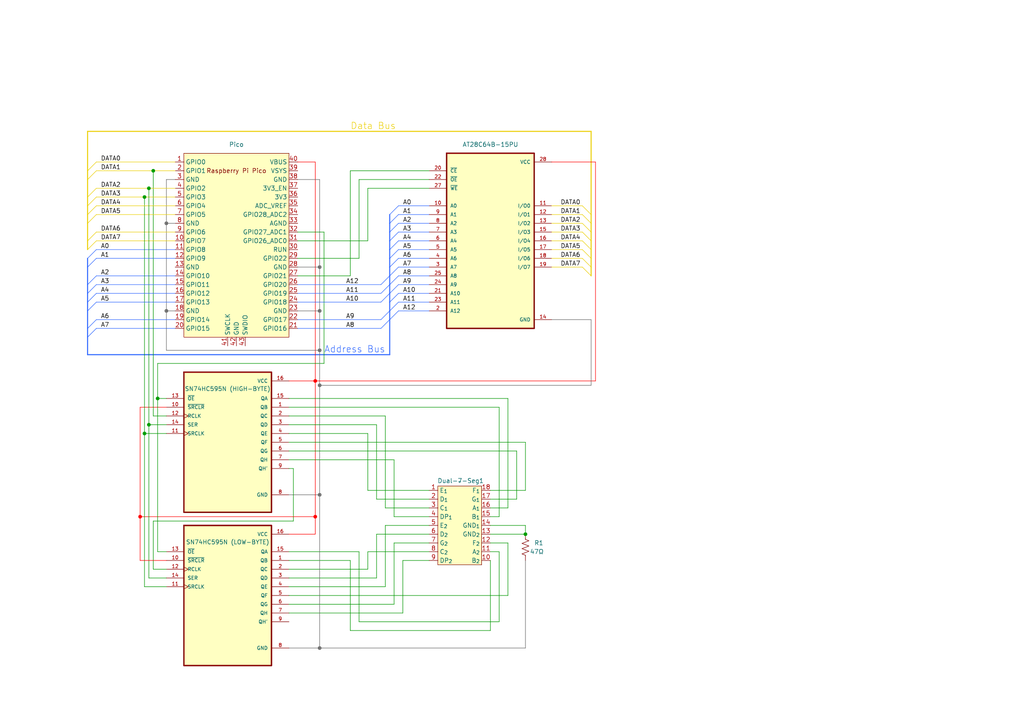
<source format=kicad_sch>
(kicad_sch
	(version 20231120)
	(generator "eeschema")
	(generator_version "8.0")
	(uuid "5a2f8960-3a2d-4fb3-8f1d-31afa13e1135")
	(paper "A4")
	(title_block
		(title "Drako Hardware Challenge")
		(date "2025-01-03")
		(rev "1")
		(comment 1 "Drako Schematic")
		(comment 2 "Cyberstorm 2025")
	)
	(lib_symbols
		(symbol "AT28C64B-15PU:AT28C64B-15PU"
			(pin_names
				(offset 1.016)
			)
			(exclude_from_sim no)
			(in_bom yes)
			(on_board yes)
			(property "Reference" "U"
				(at -12.7 26.4 0)
				(effects
					(font
						(size 1.27 1.27)
					)
					(justify left bottom)
				)
			)
			(property "Value" "AT28C64B-15PU"
				(at -12.7 -29.4 0)
				(effects
					(font
						(size 1.27 1.27)
					)
					(justify left bottom)
				)
			)
			(property "Footprint" "AT28C64B-15PU:DIP1555W45P254L3733H482Q28"
				(at 0 0 0)
				(effects
					(font
						(size 1.27 1.27)
					)
					(justify bottom)
					(hide yes)
				)
			)
			(property "Datasheet" ""
				(at 0 0 0)
				(effects
					(font
						(size 1.27 1.27)
					)
					(hide yes)
				)
			)
			(property "Description" ""
				(at 0 0 0)
				(effects
					(font
						(size 1.27 1.27)
					)
					(hide yes)
				)
			)
			(property "MF" "Microchip"
				(at 0 0 0)
				(effects
					(font
						(size 1.27 1.27)
					)
					(justify bottom)
					(hide yes)
				)
			)
			(property "MAXIMUM_PACKAGE_HEIGHT" "4.826 mm"
				(at 0 0 0)
				(effects
					(font
						(size 1.27 1.27)
					)
					(justify bottom)
					(hide yes)
				)
			)
			(property "Package" "DIP-28 Atmel"
				(at 0 0 0)
				(effects
					(font
						(size 1.27 1.27)
					)
					(justify bottom)
					(hide yes)
				)
			)
			(property "Price" "None"
				(at 0 0 0)
				(effects
					(font
						(size 1.27 1.27)
					)
					(justify bottom)
					(hide yes)
				)
			)
			(property "Check_prices" "https://www.snapeda.com/parts/AT28C64B-15PU/Microchip/view-part/?ref=eda"
				(at 0 0 0)
				(effects
					(font
						(size 1.27 1.27)
					)
					(justify bottom)
					(hide yes)
				)
			)
			(property "STANDARD" "IPC 7351B"
				(at 0 0 0)
				(effects
					(font
						(size 1.27 1.27)
					)
					(justify bottom)
					(hide yes)
				)
			)
			(property "PARTREV" "B"
				(at 0 0 0)
				(effects
					(font
						(size 1.27 1.27)
					)
					(justify bottom)
					(hide yes)
				)
			)
			(property "SnapEDA_Link" "https://www.snapeda.com/parts/AT28C64B-15PU/Microchip/view-part/?ref=snap"
				(at 0 0 0)
				(effects
					(font
						(size 1.27 1.27)
					)
					(justify bottom)
					(hide yes)
				)
			)
			(property "MP" "AT28C64B-15PU"
				(at 0 0 0)
				(effects
					(font
						(size 1.27 1.27)
					)
					(justify bottom)
					(hide yes)
				)
			)
			(property "Purchase-URL" "https://www.snapeda.com/api/url_track_click_mouser/?unipart_id=290407&manufacturer=Microchip&part_name=AT28C64B-15PU&search_term=at28c64"
				(at 0 0 0)
				(effects
					(font
						(size 1.27 1.27)
					)
					(justify bottom)
					(hide yes)
				)
			)
			(property "Description_1" "\nAT28C64B-15PU Parallel EEPROM Memory, 64kbit, 150ns, 4.5 to 5.5 V 28-Pin PDIP | Microchip Technology Inc. AT28C64B-15PU\n"
				(at 0 0 0)
				(effects
					(font
						(size 1.27 1.27)
					)
					(justify bottom)
					(hide yes)
				)
			)
			(property "Availability" "In Stock"
				(at 0 0 0)
				(effects
					(font
						(size 1.27 1.27)
					)
					(justify bottom)
					(hide yes)
				)
			)
			(property "MANUFACTURER" "Microchip Technology"
				(at 0 0 0)
				(effects
					(font
						(size 1.27 1.27)
					)
					(justify bottom)
					(hide yes)
				)
			)
			(symbol "AT28C64B-15PU_0_0"
				(rectangle
					(start -12.7 -25.4)
					(end 12.7 25.4)
					(stroke
						(width 0.41)
						(type default)
					)
					(fill
						(type background)
					)
				)
				(pin input line
					(at -17.78 10.16 0)
					(length 5.08)
					(name "A0"
						(effects
							(font
								(size 1.016 1.016)
							)
						)
					)
					(number "10"
						(effects
							(font
								(size 1.016 1.016)
							)
						)
					)
				)
				(pin bidirectional line
					(at 17.78 10.16 180)
					(length 5.08)
					(name "I/O0"
						(effects
							(font
								(size 1.016 1.016)
							)
						)
					)
					(number "11"
						(effects
							(font
								(size 1.016 1.016)
							)
						)
					)
				)
				(pin bidirectional line
					(at 17.78 7.62 180)
					(length 5.08)
					(name "I/O1"
						(effects
							(font
								(size 1.016 1.016)
							)
						)
					)
					(number "12"
						(effects
							(font
								(size 1.016 1.016)
							)
						)
					)
				)
				(pin bidirectional line
					(at 17.78 5.08 180)
					(length 5.08)
					(name "I/O2"
						(effects
							(font
								(size 1.016 1.016)
							)
						)
					)
					(number "13"
						(effects
							(font
								(size 1.016 1.016)
							)
						)
					)
				)
				(pin power_in line
					(at 17.78 -22.86 180)
					(length 5.08)
					(name "GND"
						(effects
							(font
								(size 1.016 1.016)
							)
						)
					)
					(number "14"
						(effects
							(font
								(size 1.016 1.016)
							)
						)
					)
				)
				(pin bidirectional line
					(at 17.78 2.54 180)
					(length 5.08)
					(name "I/O3"
						(effects
							(font
								(size 1.016 1.016)
							)
						)
					)
					(number "15"
						(effects
							(font
								(size 1.016 1.016)
							)
						)
					)
				)
				(pin bidirectional line
					(at 17.78 0 180)
					(length 5.08)
					(name "I/O4"
						(effects
							(font
								(size 1.016 1.016)
							)
						)
					)
					(number "16"
						(effects
							(font
								(size 1.016 1.016)
							)
						)
					)
				)
				(pin bidirectional line
					(at 17.78 -2.54 180)
					(length 5.08)
					(name "I/O5"
						(effects
							(font
								(size 1.016 1.016)
							)
						)
					)
					(number "17"
						(effects
							(font
								(size 1.016 1.016)
							)
						)
					)
				)
				(pin bidirectional line
					(at 17.78 -5.08 180)
					(length 5.08)
					(name "I/O6"
						(effects
							(font
								(size 1.016 1.016)
							)
						)
					)
					(number "18"
						(effects
							(font
								(size 1.016 1.016)
							)
						)
					)
				)
				(pin bidirectional line
					(at 17.78 -7.62 180)
					(length 5.08)
					(name "I/O7"
						(effects
							(font
								(size 1.016 1.016)
							)
						)
					)
					(number "19"
						(effects
							(font
								(size 1.016 1.016)
							)
						)
					)
				)
				(pin input line
					(at -17.78 -20.32 0)
					(length 5.08)
					(name "A12"
						(effects
							(font
								(size 1.016 1.016)
							)
						)
					)
					(number "2"
						(effects
							(font
								(size 1.016 1.016)
							)
						)
					)
				)
				(pin input line
					(at -17.78 20.32 0)
					(length 5.08)
					(name "~{CE}"
						(effects
							(font
								(size 1.016 1.016)
							)
						)
					)
					(number "20"
						(effects
							(font
								(size 1.016 1.016)
							)
						)
					)
				)
				(pin input line
					(at -17.78 -15.24 0)
					(length 5.08)
					(name "A10"
						(effects
							(font
								(size 1.016 1.016)
							)
						)
					)
					(number "21"
						(effects
							(font
								(size 1.016 1.016)
							)
						)
					)
				)
				(pin input line
					(at -17.78 17.78 0)
					(length 5.08)
					(name "~{OE}"
						(effects
							(font
								(size 1.016 1.016)
							)
						)
					)
					(number "22"
						(effects
							(font
								(size 1.016 1.016)
							)
						)
					)
				)
				(pin input line
					(at -17.78 -17.78 0)
					(length 5.08)
					(name "A11"
						(effects
							(font
								(size 1.016 1.016)
							)
						)
					)
					(number "23"
						(effects
							(font
								(size 1.016 1.016)
							)
						)
					)
				)
				(pin input line
					(at -17.78 -12.7 0)
					(length 5.08)
					(name "A9"
						(effects
							(font
								(size 1.016 1.016)
							)
						)
					)
					(number "24"
						(effects
							(font
								(size 1.016 1.016)
							)
						)
					)
				)
				(pin input line
					(at -17.78 -10.16 0)
					(length 5.08)
					(name "A8"
						(effects
							(font
								(size 1.016 1.016)
							)
						)
					)
					(number "25"
						(effects
							(font
								(size 1.016 1.016)
							)
						)
					)
				)
				(pin input line
					(at -17.78 15.24 0)
					(length 5.08)
					(name "~{WE}"
						(effects
							(font
								(size 1.016 1.016)
							)
						)
					)
					(number "27"
						(effects
							(font
								(size 1.016 1.016)
							)
						)
					)
				)
				(pin power_in line
					(at 17.78 22.86 180)
					(length 5.08)
					(name "VCC"
						(effects
							(font
								(size 1.016 1.016)
							)
						)
					)
					(number "28"
						(effects
							(font
								(size 1.016 1.016)
							)
						)
					)
				)
				(pin input line
					(at -17.78 -7.62 0)
					(length 5.08)
					(name "A7"
						(effects
							(font
								(size 1.016 1.016)
							)
						)
					)
					(number "3"
						(effects
							(font
								(size 1.016 1.016)
							)
						)
					)
				)
				(pin input line
					(at -17.78 -5.08 0)
					(length 5.08)
					(name "A6"
						(effects
							(font
								(size 1.016 1.016)
							)
						)
					)
					(number "4"
						(effects
							(font
								(size 1.016 1.016)
							)
						)
					)
				)
				(pin input line
					(at -17.78 -2.54 0)
					(length 5.08)
					(name "A5"
						(effects
							(font
								(size 1.016 1.016)
							)
						)
					)
					(number "5"
						(effects
							(font
								(size 1.016 1.016)
							)
						)
					)
				)
				(pin input line
					(at -17.78 0 0)
					(length 5.08)
					(name "A4"
						(effects
							(font
								(size 1.016 1.016)
							)
						)
					)
					(number "6"
						(effects
							(font
								(size 1.016 1.016)
							)
						)
					)
				)
				(pin input line
					(at -17.78 2.54 0)
					(length 5.08)
					(name "A3"
						(effects
							(font
								(size 1.016 1.016)
							)
						)
					)
					(number "7"
						(effects
							(font
								(size 1.016 1.016)
							)
						)
					)
				)
				(pin input line
					(at -17.78 5.08 0)
					(length 5.08)
					(name "A2"
						(effects
							(font
								(size 1.016 1.016)
							)
						)
					)
					(number "8"
						(effects
							(font
								(size 1.016 1.016)
							)
						)
					)
				)
				(pin input line
					(at -17.78 7.62 0)
					(length 5.08)
					(name "A1"
						(effects
							(font
								(size 1.016 1.016)
							)
						)
					)
					(number "9"
						(effects
							(font
								(size 1.016 1.016)
							)
						)
					)
				)
			)
		)
		(symbol "Device:R_US"
			(pin_numbers hide)
			(pin_names
				(offset 0)
			)
			(exclude_from_sim no)
			(in_bom yes)
			(on_board yes)
			(property "Reference" "R"
				(at 2.54 0 90)
				(effects
					(font
						(size 1.27 1.27)
					)
				)
			)
			(property "Value" "R_US"
				(at -2.54 0 90)
				(effects
					(font
						(size 1.27 1.27)
					)
				)
			)
			(property "Footprint" ""
				(at 1.016 -0.254 90)
				(effects
					(font
						(size 1.27 1.27)
					)
					(hide yes)
				)
			)
			(property "Datasheet" "~"
				(at 0 0 0)
				(effects
					(font
						(size 1.27 1.27)
					)
					(hide yes)
				)
			)
			(property "Description" "Resistor, US symbol"
				(at 0 0 0)
				(effects
					(font
						(size 1.27 1.27)
					)
					(hide yes)
				)
			)
			(property "ki_keywords" "R res resistor"
				(at 0 0 0)
				(effects
					(font
						(size 1.27 1.27)
					)
					(hide yes)
				)
			)
			(property "ki_fp_filters" "R_*"
				(at 0 0 0)
				(effects
					(font
						(size 1.27 1.27)
					)
					(hide yes)
				)
			)
			(symbol "R_US_0_1"
				(polyline
					(pts
						(xy 0 -2.286) (xy 0 -2.54)
					)
					(stroke
						(width 0)
						(type default)
					)
					(fill
						(type none)
					)
				)
				(polyline
					(pts
						(xy 0 2.286) (xy 0 2.54)
					)
					(stroke
						(width 0)
						(type default)
					)
					(fill
						(type none)
					)
				)
				(polyline
					(pts
						(xy 0 -0.762) (xy 1.016 -1.143) (xy 0 -1.524) (xy -1.016 -1.905) (xy 0 -2.286)
					)
					(stroke
						(width 0)
						(type default)
					)
					(fill
						(type none)
					)
				)
				(polyline
					(pts
						(xy 0 0.762) (xy 1.016 0.381) (xy 0 0) (xy -1.016 -0.381) (xy 0 -0.762)
					)
					(stroke
						(width 0)
						(type default)
					)
					(fill
						(type none)
					)
				)
				(polyline
					(pts
						(xy 0 2.286) (xy 1.016 1.905) (xy 0 1.524) (xy -1.016 1.143) (xy 0 0.762)
					)
					(stroke
						(width 0)
						(type default)
					)
					(fill
						(type none)
					)
				)
			)
			(symbol "R_US_1_1"
				(pin passive line
					(at 0 3.81 270)
					(length 1.27)
					(name "~"
						(effects
							(font
								(size 1.27 1.27)
							)
						)
					)
					(number "1"
						(effects
							(font
								(size 1.27 1.27)
							)
						)
					)
				)
				(pin passive line
					(at 0 -3.81 90)
					(length 1.27)
					(name "~"
						(effects
							(font
								(size 1.27 1.27)
							)
						)
					)
					(number "2"
						(effects
							(font
								(size 1.27 1.27)
							)
						)
					)
				)
			)
		)
		(symbol "LDD-C514RI:LDD-C514RI"
			(exclude_from_sim no)
			(in_bom yes)
			(on_board yes)
			(property "Reference" "Dual 7-Seg1"
				(at 6.604 1.524 0)
				(effects
					(font
						(size 1.27 1.27)
					)
				)
			)
			(property "Value" "~"
				(at 6.35 1.27 0)
				(effects
					(font
						(size 1.27 1.27)
					)
				)
			)
			(property "Footprint" ""
				(at 0 0 0)
				(effects
					(font
						(size 1.27 1.27)
					)
					(hide yes)
				)
			)
			(property "Datasheet" ""
				(at 0 0 0)
				(effects
					(font
						(size 1.27 1.27)
					)
					(hide yes)
				)
			)
			(property "Description" ""
				(at 0 0 0)
				(effects
					(font
						(size 1.27 1.27)
					)
					(hide yes)
				)
			)
			(symbol "LDD-C514RI_1_1"
				(rectangle
					(start 0 0)
					(end 12.7 -22.86)
					(stroke
						(width 0)
						(type default)
					)
					(fill
						(type background)
					)
				)
				(pin input line
					(at -2.54 -1.27 0)
					(length 2.54)
					(name "E_{1}"
						(effects
							(font
								(size 1.27 1.27)
							)
						)
					)
					(number "1"
						(effects
							(font
								(size 1.27 1.27)
							)
						)
					)
				)
				(pin input line
					(at 15.24 -21.59 180)
					(length 2.54)
					(name "B_{2}"
						(effects
							(font
								(size 1.27 1.27)
							)
						)
					)
					(number "10"
						(effects
							(font
								(size 1.27 1.27)
							)
						)
					)
				)
				(pin input line
					(at 15.24 -19.05 180)
					(length 2.54)
					(name "A_{2}"
						(effects
							(font
								(size 1.27 1.27)
							)
						)
					)
					(number "11"
						(effects
							(font
								(size 1.27 1.27)
							)
						)
					)
				)
				(pin input line
					(at 15.24 -16.51 180)
					(length 2.54)
					(name "F_{2}"
						(effects
							(font
								(size 1.27 1.27)
							)
						)
					)
					(number "12"
						(effects
							(font
								(size 1.27 1.27)
							)
						)
					)
				)
				(pin input line
					(at 15.24 -13.97 180)
					(length 2.54)
					(name "GND_{2}"
						(effects
							(font
								(size 1.27 1.27)
							)
						)
					)
					(number "13"
						(effects
							(font
								(size 1.27 1.27)
							)
						)
					)
				)
				(pin input line
					(at 15.24 -11.43 180)
					(length 2.54)
					(name "GND_{1}"
						(effects
							(font
								(size 1.27 1.27)
							)
						)
					)
					(number "14"
						(effects
							(font
								(size 1.27 1.27)
							)
						)
					)
				)
				(pin input line
					(at 15.24 -8.89 180)
					(length 2.54)
					(name "B_{1}"
						(effects
							(font
								(size 1.27 1.27)
							)
						)
					)
					(number "15"
						(effects
							(font
								(size 1.27 1.27)
							)
						)
					)
				)
				(pin input line
					(at 15.24 -6.35 180)
					(length 2.54)
					(name "A_{1}"
						(effects
							(font
								(size 1.27 1.27)
							)
						)
					)
					(number "16"
						(effects
							(font
								(size 1.27 1.27)
							)
						)
					)
				)
				(pin input line
					(at 15.24 -3.81 180)
					(length 2.54)
					(name "G_{1}"
						(effects
							(font
								(size 1.27 1.27)
							)
						)
					)
					(number "17"
						(effects
							(font
								(size 1.27 1.27)
							)
						)
					)
				)
				(pin input line
					(at 15.24 -1.27 180)
					(length 2.54)
					(name "F_{1}"
						(effects
							(font
								(size 1.27 1.27)
							)
						)
					)
					(number "18"
						(effects
							(font
								(size 1.27 1.27)
							)
						)
					)
				)
				(pin input line
					(at -2.54 -3.81 0)
					(length 2.54)
					(name "D_{1}"
						(effects
							(font
								(size 1.27 1.27)
							)
						)
					)
					(number "2"
						(effects
							(font
								(size 1.27 1.27)
							)
						)
					)
				)
				(pin input line
					(at -2.54 -6.35 0)
					(length 2.54)
					(name "C_{1}"
						(effects
							(font
								(size 1.27 1.27)
							)
						)
					)
					(number "3"
						(effects
							(font
								(size 1.27 1.27)
							)
						)
					)
				)
				(pin input line
					(at -2.54 -8.89 0)
					(length 2.54)
					(name "DP_{1}"
						(effects
							(font
								(size 1.27 1.27)
							)
						)
					)
					(number "4"
						(effects
							(font
								(size 1.27 1.27)
							)
						)
					)
				)
				(pin input line
					(at -2.54 -11.43 0)
					(length 2.54)
					(name "E_{2}"
						(effects
							(font
								(size 1.27 1.27)
							)
						)
					)
					(number "5"
						(effects
							(font
								(size 1.27 1.27)
							)
						)
					)
				)
				(pin input line
					(at -2.54 -13.97 0)
					(length 2.54)
					(name "D_{2}"
						(effects
							(font
								(size 1.27 1.27)
							)
						)
					)
					(number "6"
						(effects
							(font
								(size 1.27 1.27)
							)
						)
					)
				)
				(pin input line
					(at -2.54 -16.51 0)
					(length 2.54)
					(name "G_{2}"
						(effects
							(font
								(size 1.27 1.27)
							)
						)
					)
					(number "7"
						(effects
							(font
								(size 1.27 1.27)
							)
						)
					)
				)
				(pin input line
					(at -2.54 -19.05 0)
					(length 2.54)
					(name "C_{2}"
						(effects
							(font
								(size 1.27 1.27)
							)
						)
					)
					(number "8"
						(effects
							(font
								(size 1.27 1.27)
							)
						)
					)
				)
				(pin input line
					(at -2.54 -21.59 0)
					(length 2.54)
					(name "DP_{2}"
						(effects
							(font
								(size 1.27 1.27)
							)
						)
					)
					(number "9"
						(effects
							(font
								(size 1.27 1.27)
							)
						)
					)
				)
			)
		)
		(symbol "MCU_RaspberryPi_and_Boards:Pico"
			(exclude_from_sim no)
			(in_bom yes)
			(on_board yes)
			(property "Reference" "U"
				(at -13.97 27.94 0)
				(effects
					(font
						(size 1.27 1.27)
					)
				)
			)
			(property "Value" "Pico"
				(at 0 19.05 0)
				(effects
					(font
						(size 1.27 1.27)
					)
				)
			)
			(property "Footprint" "RPi_Pico:RPi_Pico_SMD_TH"
				(at 0 0 90)
				(effects
					(font
						(size 1.27 1.27)
					)
					(hide yes)
				)
			)
			(property "Datasheet" ""
				(at 0 0 0)
				(effects
					(font
						(size 1.27 1.27)
					)
					(hide yes)
				)
			)
			(property "Description" ""
				(at 0 0 0)
				(effects
					(font
						(size 1.27 1.27)
					)
					(hide yes)
				)
			)
			(symbol "Pico_0_0"
				(text "Raspberry Pi Pico"
					(at 0 21.59 0)
					(effects
						(font
							(size 1.27 1.27)
						)
					)
				)
			)
			(symbol "Pico_0_1"
				(rectangle
					(start -15.24 26.67)
					(end 15.24 -26.67)
					(stroke
						(width 0)
						(type default)
					)
					(fill
						(type background)
					)
				)
			)
			(symbol "Pico_1_1"
				(pin bidirectional line
					(at -17.78 24.13 0)
					(length 2.54)
					(name "GPIO0"
						(effects
							(font
								(size 1.27 1.27)
							)
						)
					)
					(number "1"
						(effects
							(font
								(size 1.27 1.27)
							)
						)
					)
				)
				(pin bidirectional line
					(at -17.78 1.27 0)
					(length 2.54)
					(name "GPIO7"
						(effects
							(font
								(size 1.27 1.27)
							)
						)
					)
					(number "10"
						(effects
							(font
								(size 1.27 1.27)
							)
						)
					)
				)
				(pin bidirectional line
					(at -17.78 -1.27 0)
					(length 2.54)
					(name "GPIO8"
						(effects
							(font
								(size 1.27 1.27)
							)
						)
					)
					(number "11"
						(effects
							(font
								(size 1.27 1.27)
							)
						)
					)
				)
				(pin bidirectional line
					(at -17.78 -3.81 0)
					(length 2.54)
					(name "GPIO9"
						(effects
							(font
								(size 1.27 1.27)
							)
						)
					)
					(number "12"
						(effects
							(font
								(size 1.27 1.27)
							)
						)
					)
				)
				(pin power_in line
					(at -17.78 -6.35 0)
					(length 2.54)
					(name "GND"
						(effects
							(font
								(size 1.27 1.27)
							)
						)
					)
					(number "13"
						(effects
							(font
								(size 1.27 1.27)
							)
						)
					)
				)
				(pin bidirectional line
					(at -17.78 -8.89 0)
					(length 2.54)
					(name "GPIO10"
						(effects
							(font
								(size 1.27 1.27)
							)
						)
					)
					(number "14"
						(effects
							(font
								(size 1.27 1.27)
							)
						)
					)
				)
				(pin bidirectional line
					(at -17.78 -11.43 0)
					(length 2.54)
					(name "GPIO11"
						(effects
							(font
								(size 1.27 1.27)
							)
						)
					)
					(number "15"
						(effects
							(font
								(size 1.27 1.27)
							)
						)
					)
				)
				(pin bidirectional line
					(at -17.78 -13.97 0)
					(length 2.54)
					(name "GPIO12"
						(effects
							(font
								(size 1.27 1.27)
							)
						)
					)
					(number "16"
						(effects
							(font
								(size 1.27 1.27)
							)
						)
					)
				)
				(pin bidirectional line
					(at -17.78 -16.51 0)
					(length 2.54)
					(name "GPIO13"
						(effects
							(font
								(size 1.27 1.27)
							)
						)
					)
					(number "17"
						(effects
							(font
								(size 1.27 1.27)
							)
						)
					)
				)
				(pin power_in line
					(at -17.78 -19.05 0)
					(length 2.54)
					(name "GND"
						(effects
							(font
								(size 1.27 1.27)
							)
						)
					)
					(number "18"
						(effects
							(font
								(size 1.27 1.27)
							)
						)
					)
				)
				(pin bidirectional line
					(at -17.78 -21.59 0)
					(length 2.54)
					(name "GPIO14"
						(effects
							(font
								(size 1.27 1.27)
							)
						)
					)
					(number "19"
						(effects
							(font
								(size 1.27 1.27)
							)
						)
					)
				)
				(pin bidirectional line
					(at -17.78 21.59 0)
					(length 2.54)
					(name "GPIO1"
						(effects
							(font
								(size 1.27 1.27)
							)
						)
					)
					(number "2"
						(effects
							(font
								(size 1.27 1.27)
							)
						)
					)
				)
				(pin bidirectional line
					(at -17.78 -24.13 0)
					(length 2.54)
					(name "GPIO15"
						(effects
							(font
								(size 1.27 1.27)
							)
						)
					)
					(number "20"
						(effects
							(font
								(size 1.27 1.27)
							)
						)
					)
				)
				(pin bidirectional line
					(at 17.78 -24.13 180)
					(length 2.54)
					(name "GPIO16"
						(effects
							(font
								(size 1.27 1.27)
							)
						)
					)
					(number "21"
						(effects
							(font
								(size 1.27 1.27)
							)
						)
					)
				)
				(pin bidirectional line
					(at 17.78 -21.59 180)
					(length 2.54)
					(name "GPIO17"
						(effects
							(font
								(size 1.27 1.27)
							)
						)
					)
					(number "22"
						(effects
							(font
								(size 1.27 1.27)
							)
						)
					)
				)
				(pin power_in line
					(at 17.78 -19.05 180)
					(length 2.54)
					(name "GND"
						(effects
							(font
								(size 1.27 1.27)
							)
						)
					)
					(number "23"
						(effects
							(font
								(size 1.27 1.27)
							)
						)
					)
				)
				(pin bidirectional line
					(at 17.78 -16.51 180)
					(length 2.54)
					(name "GPIO18"
						(effects
							(font
								(size 1.27 1.27)
							)
						)
					)
					(number "24"
						(effects
							(font
								(size 1.27 1.27)
							)
						)
					)
				)
				(pin bidirectional line
					(at 17.78 -13.97 180)
					(length 2.54)
					(name "GPIO19"
						(effects
							(font
								(size 1.27 1.27)
							)
						)
					)
					(number "25"
						(effects
							(font
								(size 1.27 1.27)
							)
						)
					)
				)
				(pin bidirectional line
					(at 17.78 -11.43 180)
					(length 2.54)
					(name "GPIO20"
						(effects
							(font
								(size 1.27 1.27)
							)
						)
					)
					(number "26"
						(effects
							(font
								(size 1.27 1.27)
							)
						)
					)
				)
				(pin bidirectional line
					(at 17.78 -8.89 180)
					(length 2.54)
					(name "GPIO21"
						(effects
							(font
								(size 1.27 1.27)
							)
						)
					)
					(number "27"
						(effects
							(font
								(size 1.27 1.27)
							)
						)
					)
				)
				(pin power_in line
					(at 17.78 -6.35 180)
					(length 2.54)
					(name "GND"
						(effects
							(font
								(size 1.27 1.27)
							)
						)
					)
					(number "28"
						(effects
							(font
								(size 1.27 1.27)
							)
						)
					)
				)
				(pin bidirectional line
					(at 17.78 -3.81 180)
					(length 2.54)
					(name "GPIO22"
						(effects
							(font
								(size 1.27 1.27)
							)
						)
					)
					(number "29"
						(effects
							(font
								(size 1.27 1.27)
							)
						)
					)
				)
				(pin power_in line
					(at -17.78 19.05 0)
					(length 2.54)
					(name "GND"
						(effects
							(font
								(size 1.27 1.27)
							)
						)
					)
					(number "3"
						(effects
							(font
								(size 1.27 1.27)
							)
						)
					)
				)
				(pin input line
					(at 17.78 -1.27 180)
					(length 2.54)
					(name "RUN"
						(effects
							(font
								(size 1.27 1.27)
							)
						)
					)
					(number "30"
						(effects
							(font
								(size 1.27 1.27)
							)
						)
					)
				)
				(pin bidirectional line
					(at 17.78 1.27 180)
					(length 2.54)
					(name "GPIO26_ADC0"
						(effects
							(font
								(size 1.27 1.27)
							)
						)
					)
					(number "31"
						(effects
							(font
								(size 1.27 1.27)
							)
						)
					)
				)
				(pin bidirectional line
					(at 17.78 3.81 180)
					(length 2.54)
					(name "GPIO27_ADC1"
						(effects
							(font
								(size 1.27 1.27)
							)
						)
					)
					(number "32"
						(effects
							(font
								(size 1.27 1.27)
							)
						)
					)
				)
				(pin power_in line
					(at 17.78 6.35 180)
					(length 2.54)
					(name "AGND"
						(effects
							(font
								(size 1.27 1.27)
							)
						)
					)
					(number "33"
						(effects
							(font
								(size 1.27 1.27)
							)
						)
					)
				)
				(pin bidirectional line
					(at 17.78 8.89 180)
					(length 2.54)
					(name "GPIO28_ADC2"
						(effects
							(font
								(size 1.27 1.27)
							)
						)
					)
					(number "34"
						(effects
							(font
								(size 1.27 1.27)
							)
						)
					)
				)
				(pin power_in line
					(at 17.78 11.43 180)
					(length 2.54)
					(name "ADC_VREF"
						(effects
							(font
								(size 1.27 1.27)
							)
						)
					)
					(number "35"
						(effects
							(font
								(size 1.27 1.27)
							)
						)
					)
				)
				(pin power_in line
					(at 17.78 13.97 180)
					(length 2.54)
					(name "3V3"
						(effects
							(font
								(size 1.27 1.27)
							)
						)
					)
					(number "36"
						(effects
							(font
								(size 1.27 1.27)
							)
						)
					)
				)
				(pin input line
					(at 17.78 16.51 180)
					(length 2.54)
					(name "3V3_EN"
						(effects
							(font
								(size 1.27 1.27)
							)
						)
					)
					(number "37"
						(effects
							(font
								(size 1.27 1.27)
							)
						)
					)
				)
				(pin bidirectional line
					(at 17.78 19.05 180)
					(length 2.54)
					(name "GND"
						(effects
							(font
								(size 1.27 1.27)
							)
						)
					)
					(number "38"
						(effects
							(font
								(size 1.27 1.27)
							)
						)
					)
				)
				(pin power_in line
					(at 17.78 21.59 180)
					(length 2.54)
					(name "VSYS"
						(effects
							(font
								(size 1.27 1.27)
							)
						)
					)
					(number "39"
						(effects
							(font
								(size 1.27 1.27)
							)
						)
					)
				)
				(pin bidirectional line
					(at -17.78 16.51 0)
					(length 2.54)
					(name "GPIO2"
						(effects
							(font
								(size 1.27 1.27)
							)
						)
					)
					(number "4"
						(effects
							(font
								(size 1.27 1.27)
							)
						)
					)
				)
				(pin power_in line
					(at 17.78 24.13 180)
					(length 2.54)
					(name "VBUS"
						(effects
							(font
								(size 1.27 1.27)
							)
						)
					)
					(number "40"
						(effects
							(font
								(size 1.27 1.27)
							)
						)
					)
				)
				(pin input line
					(at -2.54 -29.21 90)
					(length 2.54)
					(name "SWCLK"
						(effects
							(font
								(size 1.27 1.27)
							)
						)
					)
					(number "41"
						(effects
							(font
								(size 1.27 1.27)
							)
						)
					)
				)
				(pin power_in line
					(at 0 -29.21 90)
					(length 2.54)
					(name "GND"
						(effects
							(font
								(size 1.27 1.27)
							)
						)
					)
					(number "42"
						(effects
							(font
								(size 1.27 1.27)
							)
						)
					)
				)
				(pin bidirectional line
					(at 2.54 -29.21 90)
					(length 2.54)
					(name "SWDIO"
						(effects
							(font
								(size 1.27 1.27)
							)
						)
					)
					(number "43"
						(effects
							(font
								(size 1.27 1.27)
							)
						)
					)
				)
				(pin bidirectional line
					(at -17.78 13.97 0)
					(length 2.54)
					(name "GPIO3"
						(effects
							(font
								(size 1.27 1.27)
							)
						)
					)
					(number "5"
						(effects
							(font
								(size 1.27 1.27)
							)
						)
					)
				)
				(pin bidirectional line
					(at -17.78 11.43 0)
					(length 2.54)
					(name "GPIO4"
						(effects
							(font
								(size 1.27 1.27)
							)
						)
					)
					(number "6"
						(effects
							(font
								(size 1.27 1.27)
							)
						)
					)
				)
				(pin bidirectional line
					(at -17.78 8.89 0)
					(length 2.54)
					(name "GPIO5"
						(effects
							(font
								(size 1.27 1.27)
							)
						)
					)
					(number "7"
						(effects
							(font
								(size 1.27 1.27)
							)
						)
					)
				)
				(pin power_in line
					(at -17.78 6.35 0)
					(length 2.54)
					(name "GND"
						(effects
							(font
								(size 1.27 1.27)
							)
						)
					)
					(number "8"
						(effects
							(font
								(size 1.27 1.27)
							)
						)
					)
				)
				(pin bidirectional line
					(at -17.78 3.81 0)
					(length 2.54)
					(name "GPIO6"
						(effects
							(font
								(size 1.27 1.27)
							)
						)
					)
					(number "9"
						(effects
							(font
								(size 1.27 1.27)
							)
						)
					)
				)
			)
		)
		(symbol "SN74HC595N:SN74HC595N"
			(pin_names
				(offset 1.016)
			)
			(exclude_from_sim no)
			(in_bom yes)
			(on_board yes)
			(property "Reference" "U"
				(at -12.7 21.32 0)
				(effects
					(font
						(size 1.27 1.27)
					)
					(justify left bottom)
				)
			)
			(property "Value" "SN74HC595N"
				(at -12.7 -24.32 0)
				(effects
					(font
						(size 1.27 1.27)
					)
					(justify left bottom)
				)
			)
			(property "Footprint" "SN74HC595N:DIP794W45P254L1969H508Q16"
				(at 0 0 0)
				(effects
					(font
						(size 1.27 1.27)
					)
					(justify bottom)
					(hide yes)
				)
			)
			(property "Datasheet" ""
				(at 0 0 0)
				(effects
					(font
						(size 1.27 1.27)
					)
					(hide yes)
				)
			)
			(property "Description" ""
				(at 0 0 0)
				(effects
					(font
						(size 1.27 1.27)
					)
					(hide yes)
				)
			)
			(property "DigiKey_Part_Number" "296-1600-5-ND"
				(at 0 0 0)
				(effects
					(font
						(size 1.27 1.27)
					)
					(justify bottom)
					(hide yes)
				)
			)
			(property "MF" "Texas Instruments"
				(at 0 0 0)
				(effects
					(font
						(size 1.27 1.27)
					)
					(justify bottom)
					(hide yes)
				)
			)
			(property "Purchase-URL" "https://www.snapeda.com/api/url_track_click_mouser/?unipart_id=44932&manufacturer=Texas Instruments&part_name=SN74HC595N&search_term=sn74hc595n"
				(at 0 0 0)
				(effects
					(font
						(size 1.27 1.27)
					)
					(justify bottom)
					(hide yes)
				)
			)
			(property "Package" "PDIP-16 Texas Instruments"
				(at 0 0 0)
				(effects
					(font
						(size 1.27 1.27)
					)
					(justify bottom)
					(hide yes)
				)
			)
			(property "SnapEDA_Link" "https://www.snapeda.com/parts/SN74HC595N/Texas+Instruments/view-part/?ref=snap"
				(at 0 0 0)
				(effects
					(font
						(size 1.27 1.27)
					)
					(justify bottom)
					(hide yes)
				)
			)
			(property "MP" "SN74HC595N"
				(at 0 0 0)
				(effects
					(font
						(size 1.27 1.27)
					)
					(justify bottom)
					(hide yes)
				)
			)
			(property "Description_1" "\n8-bit shift registers with 3-state output registers\n"
				(at 0 0 0)
				(effects
					(font
						(size 1.27 1.27)
					)
					(justify bottom)
					(hide yes)
				)
			)
			(property "Check_prices" "https://www.snapeda.com/parts/SN74HC595N/Texas+Instruments/view-part/?ref=eda"
				(at 0 0 0)
				(effects
					(font
						(size 1.27 1.27)
					)
					(justify bottom)
					(hide yes)
				)
			)
			(symbol "SN74HC595N_0_0"
				(rectangle
					(start -12.7 -20.32)
					(end 12.7 20.32)
					(stroke
						(width 0.41)
						(type default)
					)
					(fill
						(type background)
					)
				)
				(pin output line
					(at 17.78 10.16 180)
					(length 5.08)
					(name "QB"
						(effects
							(font
								(size 1.016 1.016)
							)
						)
					)
					(number "1"
						(effects
							(font
								(size 1.016 1.016)
							)
						)
					)
				)
				(pin input line
					(at -17.78 10.16 0)
					(length 5.08)
					(name "~{SRCLR}"
						(effects
							(font
								(size 1.016 1.016)
							)
						)
					)
					(number "10"
						(effects
							(font
								(size 1.016 1.016)
							)
						)
					)
				)
				(pin input clock
					(at -17.78 2.54 0)
					(length 5.08)
					(name "SRCLK"
						(effects
							(font
								(size 1.016 1.016)
							)
						)
					)
					(number "11"
						(effects
							(font
								(size 1.016 1.016)
							)
						)
					)
				)
				(pin input clock
					(at -17.78 7.62 0)
					(length 5.08)
					(name "RCLK"
						(effects
							(font
								(size 1.016 1.016)
							)
						)
					)
					(number "12"
						(effects
							(font
								(size 1.016 1.016)
							)
						)
					)
				)
				(pin input line
					(at -17.78 12.7 0)
					(length 5.08)
					(name "~{OE}"
						(effects
							(font
								(size 1.016 1.016)
							)
						)
					)
					(number "13"
						(effects
							(font
								(size 1.016 1.016)
							)
						)
					)
				)
				(pin input line
					(at -17.78 5.08 0)
					(length 5.08)
					(name "SER"
						(effects
							(font
								(size 1.016 1.016)
							)
						)
					)
					(number "14"
						(effects
							(font
								(size 1.016 1.016)
							)
						)
					)
				)
				(pin output line
					(at 17.78 12.7 180)
					(length 5.08)
					(name "QA"
						(effects
							(font
								(size 1.016 1.016)
							)
						)
					)
					(number "15"
						(effects
							(font
								(size 1.016 1.016)
							)
						)
					)
				)
				(pin power_in line
					(at 17.78 17.78 180)
					(length 5.08)
					(name "VCC"
						(effects
							(font
								(size 1.016 1.016)
							)
						)
					)
					(number "16"
						(effects
							(font
								(size 1.016 1.016)
							)
						)
					)
				)
				(pin output line
					(at 17.78 7.62 180)
					(length 5.08)
					(name "QC"
						(effects
							(font
								(size 1.016 1.016)
							)
						)
					)
					(number "2"
						(effects
							(font
								(size 1.016 1.016)
							)
						)
					)
				)
				(pin output line
					(at 17.78 5.08 180)
					(length 5.08)
					(name "QD"
						(effects
							(font
								(size 1.016 1.016)
							)
						)
					)
					(number "3"
						(effects
							(font
								(size 1.016 1.016)
							)
						)
					)
				)
				(pin output line
					(at 17.78 2.54 180)
					(length 5.08)
					(name "QE"
						(effects
							(font
								(size 1.016 1.016)
							)
						)
					)
					(number "4"
						(effects
							(font
								(size 1.016 1.016)
							)
						)
					)
				)
				(pin output line
					(at 17.78 0 180)
					(length 5.08)
					(name "QF"
						(effects
							(font
								(size 1.016 1.016)
							)
						)
					)
					(number "5"
						(effects
							(font
								(size 1.016 1.016)
							)
						)
					)
				)
				(pin output line
					(at 17.78 -2.54 180)
					(length 5.08)
					(name "QG"
						(effects
							(font
								(size 1.016 1.016)
							)
						)
					)
					(number "6"
						(effects
							(font
								(size 1.016 1.016)
							)
						)
					)
				)
				(pin output line
					(at 17.78 -5.08 180)
					(length 5.08)
					(name "QH"
						(effects
							(font
								(size 1.016 1.016)
							)
						)
					)
					(number "7"
						(effects
							(font
								(size 1.016 1.016)
							)
						)
					)
				)
				(pin power_in line
					(at 17.78 -15.24 180)
					(length 5.08)
					(name "GND"
						(effects
							(font
								(size 1.016 1.016)
							)
						)
					)
					(number "8"
						(effects
							(font
								(size 1.016 1.016)
							)
						)
					)
				)
				(pin output line
					(at 17.78 -7.62 180)
					(length 5.08)
					(name "QH'"
						(effects
							(font
								(size 1.016 1.016)
							)
						)
					)
					(number "9"
						(effects
							(font
								(size 1.016 1.016)
							)
						)
					)
				)
			)
		)
	)
	(junction
		(at 40.64 149.86)
		(diameter 0)
		(color 255 0 0 1)
		(uuid "0bb9d7de-7bd6-45f6-a6b3-46889e4ca37e")
	)
	(junction
		(at 152.4 154.94)
		(diameter 0)
		(color 0 0 0 0)
		(uuid "0f040813-9e9d-4743-82bf-84e11acd9e44")
	)
	(junction
		(at 43.18 54.61)
		(diameter 0)
		(color 0 0 0 0)
		(uuid "124b770f-0ad1-4971-90be-5812dcfd1493")
	)
	(junction
		(at 41.91 125.73)
		(diameter 0)
		(color 0 0 0 0)
		(uuid "24ee0af3-c0d5-4e6a-af69-750cb4dfca0a")
	)
	(junction
		(at 92.71 187.96)
		(diameter 0)
		(color 106 106 106 1)
		(uuid "2786fe20-940f-442f-bff1-6978f30bbf9d")
	)
	(junction
		(at 41.91 57.15)
		(diameter 0)
		(color 0 0 0 0)
		(uuid "3f1c4fa0-303a-4ced-969c-1c9b845cde23")
	)
	(junction
		(at 48.26 64.77)
		(diameter 0)
		(color 106 106 106 1)
		(uuid "522752c6-1465-4d47-af37-9f0931b25ece")
	)
	(junction
		(at 45.72 115.57)
		(diameter 0)
		(color 0 0 0 0)
		(uuid "59758d28-a924-4301-beeb-5b6d7fbad59a")
	)
	(junction
		(at 92.71 77.47)
		(diameter 0)
		(color 106 106 106 1)
		(uuid "65b8940c-37ed-49fb-8bcc-434dc46f79d1")
	)
	(junction
		(at 92.71 111.76)
		(diameter 0)
		(color 106 106 106 1)
		(uuid "6ec8e2db-24c9-4bdf-93bf-8a0666981621")
	)
	(junction
		(at 91.44 149.86)
		(diameter 0)
		(color 255 0 0 1)
		(uuid "79edab30-eb36-42f4-a3e2-f5de84f09e33")
	)
	(junction
		(at 91.44 110.49)
		(diameter 0)
		(color 255 0 0 1)
		(uuid "98c2c516-6cd9-4adb-9d21-fe007302db84")
	)
	(junction
		(at 43.18 123.19)
		(diameter 0)
		(color 0 0 0 0)
		(uuid "a680756e-4fd7-4462-a737-01ac4f312e1d")
	)
	(junction
		(at 92.71 143.51)
		(diameter 0)
		(color 106 106 106 1)
		(uuid "b01ac3a8-258d-460e-9011-155e6bb32c69")
	)
	(junction
		(at 92.71 101.6)
		(diameter 0)
		(color 106 106 106 1)
		(uuid "b54fb972-dd0b-469d-abab-bd17178613d5")
	)
	(junction
		(at 92.71 90.17)
		(diameter 0)
		(color 106 106 106 1)
		(uuid "c3f90f83-edce-4609-82e8-a5327d69e6e8")
	)
	(junction
		(at 44.45 49.53)
		(diameter 0)
		(color 0 0 0 0)
		(uuid "d7fa339c-b81e-4246-b929-23fdcbd04aed")
	)
	(junction
		(at 48.26 90.17)
		(diameter 0)
		(color 106 106 106 1)
		(uuid "f82f0687-4449-40ba-b49c-75d4550b290a")
	)
	(bus_entry
		(at 110.49 85.09)
		(size 2.54 -2.54)
		(stroke
			(width 0)
			(type default)
			(color 51 106 255 1)
		)
		(uuid "0f4041c2-2539-4c97-a197-a81e968f7964")
	)
	(bus_entry
		(at 110.49 82.55)
		(size 2.54 -2.54)
		(stroke
			(width 0)
			(type default)
			(color 51 106 255 1)
		)
		(uuid "1500afed-bee1-46de-90e3-c93539304984")
	)
	(bus_entry
		(at 27.94 92.71)
		(size -2.54 2.54)
		(stroke
			(width 0)
			(type default)
			(color 51 106 255 1)
		)
		(uuid "17d32b2e-76c4-493e-9609-c23e86311e54")
	)
	(bus_entry
		(at 115.57 59.69)
		(size -2.54 2.54)
		(stroke
			(width 0)
			(type default)
			(color 51 106 255 1)
		)
		(uuid "18cc60f1-0800-4d1b-8ade-8f9828a669b2")
	)
	(bus_entry
		(at 168.91 74.93)
		(size 2.54 2.54)
		(stroke
			(width 0)
			(type default)
			(color 236 209 14 1)
		)
		(uuid "1fb9f37a-1bb8-418f-926e-ac5fe20b1cdb")
	)
	(bus_entry
		(at 27.94 62.23)
		(size -2.54 2.54)
		(stroke
			(width 0)
			(type default)
			(color 236 209 14 1)
		)
		(uuid "21d54b04-217a-482c-822d-ac1879a608d8")
	)
	(bus_entry
		(at 168.91 64.77)
		(size 2.54 2.54)
		(stroke
			(width 0)
			(type default)
			(color 236 209 14 1)
		)
		(uuid "2697ed88-d5d0-441b-9357-1c2ac6dc6564")
	)
	(bus_entry
		(at 27.94 80.01)
		(size -2.54 2.54)
		(stroke
			(width 0)
			(type default)
			(color 51 106 255 1)
		)
		(uuid "2942504b-795a-4394-b3b4-1ee593c9e099")
	)
	(bus_entry
		(at 115.57 87.63)
		(size -2.54 2.54)
		(stroke
			(width 0)
			(type default)
			(color 51 106 255 1)
		)
		(uuid "2962894c-849d-4dd7-bd26-537a1e547b15")
	)
	(bus_entry
		(at 115.57 69.85)
		(size -2.54 2.54)
		(stroke
			(width 0)
			(type default)
			(color 51 106 255 1)
		)
		(uuid "3517837f-de10-4269-be94-c4ac39b890e5")
	)
	(bus_entry
		(at 115.57 64.77)
		(size -2.54 2.54)
		(stroke
			(width 0)
			(type default)
			(color 51 106 255 1)
		)
		(uuid "3b3d210c-5e3b-4ec6-a1a5-62565074a6b1")
	)
	(bus_entry
		(at 27.94 59.69)
		(size -2.54 2.54)
		(stroke
			(width 0)
			(type default)
			(color 236 209 14 1)
		)
		(uuid "5298765b-ccbb-4692-8e90-6f057b498b52")
	)
	(bus_entry
		(at 27.94 74.93)
		(size -2.54 2.54)
		(stroke
			(width 0)
			(type default)
			(color 51 106 255 1)
		)
		(uuid "5995fb25-1676-4517-82d8-3f9eed55e13b")
	)
	(bus_entry
		(at 115.57 74.93)
		(size -2.54 2.54)
		(stroke
			(width 0)
			(type default)
			(color 51 106 255 1)
		)
		(uuid "5ba912d9-25b1-49fc-b67a-c557dd201a41")
	)
	(bus_entry
		(at 115.57 85.09)
		(size -2.54 2.54)
		(stroke
			(width 0)
			(type default)
			(color 51 106 255 1)
		)
		(uuid "5e675e3d-767b-4cc6-8636-005f41116c25")
	)
	(bus_entry
		(at 110.49 92.71)
		(size 2.54 -2.54)
		(stroke
			(width 0)
			(type default)
			(color 51 106 255 1)
		)
		(uuid "6934c0ac-9ab4-4a17-b270-df7ad350f688")
	)
	(bus_entry
		(at 115.57 90.17)
		(size -2.54 2.54)
		(stroke
			(width 0)
			(type default)
			(color 51 106 255 1)
		)
		(uuid "7c839b90-d414-4349-8b08-198866db7565")
	)
	(bus_entry
		(at 115.57 80.01)
		(size -2.54 2.54)
		(stroke
			(width 0)
			(type default)
			(color 51 106 255 1)
		)
		(uuid "7d2a2a18-3b04-4497-af7d-a10188583247")
	)
	(bus_entry
		(at 27.94 72.39)
		(size -2.54 2.54)
		(stroke
			(width 0)
			(type default)
			(color 51 106 255 1)
		)
		(uuid "857da468-9cd5-4fe3-9d0a-46f732e44c17")
	)
	(bus_entry
		(at 27.94 46.99)
		(size -2.54 2.54)
		(stroke
			(width 0)
			(type default)
			(color 236 209 14 1)
		)
		(uuid "8953db75-6f23-4969-acae-c4f8ef2d580b")
	)
	(bus_entry
		(at 115.57 77.47)
		(size -2.54 2.54)
		(stroke
			(width 0)
			(type default)
			(color 51 106 255 1)
		)
		(uuid "8a01666d-153f-48db-9380-820cea6f7322")
	)
	(bus_entry
		(at 27.94 49.53)
		(size -2.54 2.54)
		(stroke
			(width 0)
			(type default)
			(color 236 209 14 1)
		)
		(uuid "990c873d-b4a4-4a80-bcbb-ce9bab12afc4")
	)
	(bus_entry
		(at 168.91 67.31)
		(size 2.54 2.54)
		(stroke
			(width 0)
			(type default)
			(color 236 209 14 1)
		)
		(uuid "9cdc4b91-18eb-4309-8222-6ec0ad8d7a4f")
	)
	(bus_entry
		(at 168.91 62.23)
		(size 2.54 2.54)
		(stroke
			(width 0)
			(type default)
			(color 236 209 14 1)
		)
		(uuid "a1ebf66b-6915-442b-ac92-688180c41024")
	)
	(bus_entry
		(at 27.94 57.15)
		(size -2.54 2.54)
		(stroke
			(width 0)
			(type default)
			(color 236 209 14 1)
		)
		(uuid "a429ab90-d492-4b62-ad09-8c395161aab1")
	)
	(bus_entry
		(at 168.91 59.69)
		(size 2.54 2.54)
		(stroke
			(width 0)
			(type default)
			(color 236 209 14 1)
		)
		(uuid "b4979920-a275-428c-9c74-3a1dca6598df")
	)
	(bus_entry
		(at 27.94 82.55)
		(size -2.54 2.54)
		(stroke
			(width 0)
			(type default)
			(color 51 106 255 1)
		)
		(uuid "b6728f4e-e425-4e01-9653-9b2e39d0a6c2")
	)
	(bus_entry
		(at 168.91 77.47)
		(size 2.54 2.54)
		(stroke
			(width 0)
			(type default)
			(color 236 209 14 1)
		)
		(uuid "bb5489e8-50f3-45e7-98bb-747e33b9b5a0")
	)
	(bus_entry
		(at 115.57 67.31)
		(size -2.54 2.54)
		(stroke
			(width 0)
			(type default)
			(color 51 106 255 1)
		)
		(uuid "bc4d8a38-f390-45f8-8ffa-f02c2fdd0c5c")
	)
	(bus_entry
		(at 115.57 62.23)
		(size -2.54 2.54)
		(stroke
			(width 0)
			(type default)
			(color 51 106 255 1)
		)
		(uuid "c3928032-d596-400d-bffb-29bfb6a1dc25")
	)
	(bus_entry
		(at 168.91 69.85)
		(size 2.54 2.54)
		(stroke
			(width 0)
			(type default)
			(color 236 209 14 1)
		)
		(uuid "c964d800-a148-4206-b808-b88798478f1c")
	)
	(bus_entry
		(at 115.57 82.55)
		(size -2.54 2.54)
		(stroke
			(width 0)
			(type default)
			(color 51 106 255 1)
		)
		(uuid "ca44fd0b-6237-48e8-94b2-da5a8be0ea10")
	)
	(bus_entry
		(at 115.57 72.39)
		(size -2.54 2.54)
		(stroke
			(width 0)
			(type default)
			(color 51 106 255 1)
		)
		(uuid "ce0eaf14-47a8-4291-8620-901438b95ffc")
	)
	(bus_entry
		(at 110.49 87.63)
		(size 2.54 -2.54)
		(stroke
			(width 0)
			(type default)
			(color 51 106 255 1)
		)
		(uuid "d4518c9e-1306-4eee-aeec-e0156bc3b6d6")
	)
	(bus_entry
		(at 168.91 72.39)
		(size 2.54 2.54)
		(stroke
			(width 0)
			(type default)
			(color 236 209 14 1)
		)
		(uuid "d89dcbfb-9ae3-49d7-bbca-239a01d8d896")
	)
	(bus_entry
		(at 27.94 95.25)
		(size -2.54 2.54)
		(stroke
			(width 0)
			(type default)
			(color 51 106 255 1)
		)
		(uuid "dc45a6d6-a475-41e5-b398-c619f6499119")
	)
	(bus_entry
		(at 110.49 95.25)
		(size 2.54 -2.54)
		(stroke
			(width 0)
			(type default)
			(color 51 106 255 1)
		)
		(uuid "de093628-c870-404c-a63d-e43b21b61016")
	)
	(bus_entry
		(at 27.94 67.31)
		(size -2.54 2.54)
		(stroke
			(width 0)
			(type default)
			(color 236 209 14 1)
		)
		(uuid "e564a43b-135f-4343-b927-4f00b10d10cf")
	)
	(bus_entry
		(at 27.94 69.85)
		(size -2.54 2.54)
		(stroke
			(width 0)
			(type default)
			(color 236 209 14 1)
		)
		(uuid "f278153d-6b75-40c7-8978-2422f79d7d7e")
	)
	(bus_entry
		(at 27.94 87.63)
		(size -2.54 2.54)
		(stroke
			(width 0)
			(type default)
			(color 51 106 255 1)
		)
		(uuid "f5d7eddb-0b60-4296-8eab-21a3e6f827f6")
	)
	(bus_entry
		(at 27.94 85.09)
		(size -2.54 2.54)
		(stroke
			(width 0)
			(type default)
			(color 51 106 255 1)
		)
		(uuid "f9910dc7-4a50-4864-9087-83ef8f43e3be")
	)
	(bus_entry
		(at 27.94 54.61)
		(size -2.54 2.54)
		(stroke
			(width 0)
			(type default)
			(color 236 209 14 1)
		)
		(uuid "fe0e7fe3-2df5-4e44-8e56-6e6a851c7b66")
	)
	(wire
		(pts
			(xy 83.82 165.1) (xy 106.68 165.1)
		)
		(stroke
			(width 0)
			(type default)
		)
		(uuid "0021db20-9b7b-482d-9ba9-00fd7d74d41f")
	)
	(wire
		(pts
			(xy 160.02 64.77) (xy 168.91 64.77)
		)
		(stroke
			(width 0)
			(type default)
			(color 236 209 14 1)
		)
		(uuid "00f186c3-b326-4f1f-aafc-8fca3f03e0e0")
	)
	(wire
		(pts
			(xy 27.94 74.93) (xy 50.8 74.93)
		)
		(stroke
			(width 0)
			(type default)
			(color 51 106 255 1)
		)
		(uuid "0254d8c4-0463-4133-ad39-896acf2dbcbb")
	)
	(wire
		(pts
			(xy 114.3 149.86) (xy 124.46 149.86)
		)
		(stroke
			(width 0)
			(type default)
		)
		(uuid "06f60ca3-f010-4e2f-980d-36b8b87495da")
	)
	(wire
		(pts
			(xy 27.94 46.99) (xy 50.8 46.99)
		)
		(stroke
			(width 0)
			(type default)
			(color 236 209 14 1)
		)
		(uuid "0768b764-9e52-435a-afb7-6c2c98c8facd")
	)
	(wire
		(pts
			(xy 101.6 162.56) (xy 101.6 182.88)
		)
		(stroke
			(width 0)
			(type default)
		)
		(uuid "09c7a4cb-3d47-459d-8af0-b4bb4f7b85da")
	)
	(wire
		(pts
			(xy 86.36 77.47) (xy 92.71 77.47)
		)
		(stroke
			(width 0)
			(type default)
			(color 106 106 106 1)
		)
		(uuid "0a6ee90d-fe02-45bf-902f-b7fe01a2d81b")
	)
	(wire
		(pts
			(xy 172.72 110.49) (xy 91.44 110.49)
		)
		(stroke
			(width 0)
			(type default)
			(color 255 0 0 1)
		)
		(uuid "0a91693c-6a11-4015-bcfa-da57f89d1111")
	)
	(wire
		(pts
			(xy 83.82 143.51) (xy 92.71 143.51)
		)
		(stroke
			(width 0)
			(type default)
			(color 106 106 106 1)
		)
		(uuid "0ac6531d-7457-4290-aa86-753c5d80cfbc")
	)
	(wire
		(pts
			(xy 27.94 54.61) (xy 43.18 54.61)
		)
		(stroke
			(width 0)
			(type default)
			(color 236 209 14 1)
		)
		(uuid "0b45ea2d-ac34-47df-befa-f5235c2770d9")
	)
	(wire
		(pts
			(xy 106.68 54.61) (xy 124.46 54.61)
		)
		(stroke
			(width 0)
			(type default)
		)
		(uuid "0c8530e6-8861-49d4-a430-c6241e68c294")
	)
	(wire
		(pts
			(xy 41.91 57.15) (xy 50.8 57.15)
		)
		(stroke
			(width 0)
			(type default)
			(color 236 209 14 1)
		)
		(uuid "0c8fa99c-d722-4036-9df3-d6197cd847f2")
	)
	(wire
		(pts
			(xy 43.18 123.19) (xy 43.18 167.64)
		)
		(stroke
			(width 0)
			(type default)
		)
		(uuid "0eab841f-fa2b-4f93-82e2-75a1dabb0910")
	)
	(bus
		(pts
			(xy 171.45 72.39) (xy 171.45 74.93)
		)
		(stroke
			(width 0)
			(type default)
			(color 236 209 14 1)
		)
		(uuid "1188a17f-fd92-4c1b-a273-baf59f72f806")
	)
	(wire
		(pts
			(xy 83.82 135.89) (xy 85.09 135.89)
		)
		(stroke
			(width 0)
			(type default)
		)
		(uuid "1297352c-c686-4d3e-b7e6-ca998aab73f9")
	)
	(wire
		(pts
			(xy 124.46 142.24) (xy 106.68 142.24)
		)
		(stroke
			(width 0)
			(type default)
		)
		(uuid "12f8d399-a6be-4b67-a23c-88858a9787e5")
	)
	(wire
		(pts
			(xy 41.91 57.15) (xy 41.91 125.73)
		)
		(stroke
			(width 0)
			(type default)
		)
		(uuid "13f15ed4-2068-43cd-8cbb-7851a1348470")
	)
	(bus
		(pts
			(xy 25.4 102.87) (xy 113.03 102.87)
		)
		(stroke
			(width 0)
			(type default)
			(color 51 106 255 1)
		)
		(uuid "1420e4b3-0704-41ea-866e-8d6117e01acb")
	)
	(wire
		(pts
			(xy 27.94 62.23) (xy 50.8 62.23)
		)
		(stroke
			(width 0)
			(type default)
			(color 236 209 14 1)
		)
		(uuid "1485f9eb-cdc5-4e37-be83-699178dfaa22")
	)
	(wire
		(pts
			(xy 41.91 125.73) (xy 41.91 170.18)
		)
		(stroke
			(width 0)
			(type default)
		)
		(uuid "1738a42c-0e2c-4c94-ab7d-ce7926567fa1")
	)
	(wire
		(pts
			(xy 144.78 118.11) (xy 83.82 118.11)
		)
		(stroke
			(width 0)
			(type default)
		)
		(uuid "17d03d32-3715-42e9-b9c8-b78b7eeba1f7")
	)
	(wire
		(pts
			(xy 27.94 69.85) (xy 50.8 69.85)
		)
		(stroke
			(width 0)
			(type default)
			(color 236 209 14 1)
		)
		(uuid "19aa3671-b810-4587-936b-c96c98c35c04")
	)
	(wire
		(pts
			(xy 160.02 62.23) (xy 168.91 62.23)
		)
		(stroke
			(width 0)
			(type default)
			(color 236 209 14 1)
		)
		(uuid "19ca4282-f651-4c48-bd30-31a019b6b13a")
	)
	(wire
		(pts
			(xy 48.26 64.77) (xy 50.8 64.77)
		)
		(stroke
			(width 0)
			(type default)
			(color 106 106 106 1)
		)
		(uuid "1b813dfe-6669-4785-a427-7bb7456c9f22")
	)
	(wire
		(pts
			(xy 45.72 115.57) (xy 48.26 115.57)
		)
		(stroke
			(width 0)
			(type default)
		)
		(uuid "1bc00ca0-e4f3-46b8-b7e9-c045eb91522c")
	)
	(wire
		(pts
			(xy 147.32 157.48) (xy 142.24 157.48)
		)
		(stroke
			(width 0)
			(type default)
		)
		(uuid "1c7220c2-e38d-40de-8a2d-0647eca23953")
	)
	(bus
		(pts
			(xy 25.4 64.77) (xy 25.4 62.23)
		)
		(stroke
			(width 0)
			(type default)
			(color 236 209 14 1)
		)
		(uuid "1cd38cb7-08e7-4e60-a20c-d7745e66823b")
	)
	(wire
		(pts
			(xy 86.36 69.85) (xy 106.68 69.85)
		)
		(stroke
			(width 0)
			(type default)
		)
		(uuid "1ea44850-1748-4add-97b1-aceb77dd61d9")
	)
	(wire
		(pts
			(xy 152.4 162.56) (xy 152.4 187.96)
		)
		(stroke
			(width 0)
			(type default)
			(color 106 106 106 1)
		)
		(uuid "1f0022c6-1cd5-43f7-b626-84b89c86df68")
	)
	(wire
		(pts
			(xy 86.36 87.63) (xy 110.49 87.63)
		)
		(stroke
			(width 0)
			(type default)
			(color 51 106 255 1)
		)
		(uuid "1f163a46-a2a4-401b-b1af-dec51ada112d")
	)
	(wire
		(pts
			(xy 116.84 177.8) (xy 116.84 162.56)
		)
		(stroke
			(width 0)
			(type default)
		)
		(uuid "1f2b9a6c-f410-47fa-9322-71897d3f79c2")
	)
	(wire
		(pts
			(xy 142.24 182.88) (xy 142.24 162.56)
		)
		(stroke
			(width 0)
			(type default)
		)
		(uuid "217700cc-6c56-4fda-9349-84277ef18433")
	)
	(wire
		(pts
			(xy 160.02 74.93) (xy 168.91 74.93)
		)
		(stroke
			(width 0)
			(type default)
			(color 236 209 14 1)
		)
		(uuid "241a7850-5b2f-47db-b6de-e5bbb86ca6e0")
	)
	(wire
		(pts
			(xy 48.26 90.17) (xy 50.8 90.17)
		)
		(stroke
			(width 0)
			(type default)
			(color 106 106 106 1)
		)
		(uuid "25c7a6ec-6fb1-4fb2-8f38-5c41c6be3e50")
	)
	(wire
		(pts
			(xy 86.36 95.25) (xy 110.49 95.25)
		)
		(stroke
			(width 0)
			(type default)
			(color 51 106 255 1)
		)
		(uuid "261f3321-419c-48df-843c-703a33dfc6dc")
	)
	(wire
		(pts
			(xy 43.18 167.64) (xy 48.26 167.64)
		)
		(stroke
			(width 0)
			(type default)
		)
		(uuid "264b423a-a6f1-4a4b-b3db-ef2350301bdc")
	)
	(bus
		(pts
			(xy 25.4 82.55) (xy 25.4 85.09)
		)
		(stroke
			(width 0)
			(type default)
			(color 51 106 255 1)
		)
		(uuid "28544d3b-381b-49a8-b659-02ae617d694a")
	)
	(wire
		(pts
			(xy 111.76 147.32) (xy 124.46 147.32)
		)
		(stroke
			(width 0)
			(type default)
		)
		(uuid "28f58409-4c79-4c7d-a4cc-66afa4cecf46")
	)
	(bus
		(pts
			(xy 113.03 90.17) (xy 113.03 92.71)
		)
		(stroke
			(width 0)
			(type default)
			(color 51 106 255 1)
		)
		(uuid "2afd7b00-df4c-45f9-ba12-3c987dcf96af")
	)
	(wire
		(pts
			(xy 92.71 52.07) (xy 86.36 52.07)
		)
		(stroke
			(width 0)
			(type default)
			(color 106 106 106 1)
		)
		(uuid "2d5f5fcc-c9b3-45df-b768-57dc461f1a97")
	)
	(wire
		(pts
			(xy 115.57 77.47) (xy 124.46 77.47)
		)
		(stroke
			(width 0)
			(type default)
			(color 51 106 255 1)
		)
		(uuid "2f1be76f-5f38-44a7-a42f-2b5b4b73a87c")
	)
	(wire
		(pts
			(xy 92.71 111.76) (xy 92.71 143.51)
		)
		(stroke
			(width 0)
			(type default)
			(color 106 106 106 1)
		)
		(uuid "2f93188f-07d1-478a-a1ee-98353a0a5504")
	)
	(wire
		(pts
			(xy 115.57 69.85) (xy 124.46 69.85)
		)
		(stroke
			(width 0)
			(type default)
			(color 51 106 255 1)
		)
		(uuid "31493483-4882-455f-a033-89d329fe0bbb")
	)
	(wire
		(pts
			(xy 160.02 92.71) (xy 171.45 92.71)
		)
		(stroke
			(width 0)
			(type default)
			(color 106 106 106 1)
		)
		(uuid "32d845eb-2fb4-43be-bad6-6971796eaa54")
	)
	(wire
		(pts
			(xy 106.68 69.85) (xy 106.68 54.61)
		)
		(stroke
			(width 0)
			(type default)
		)
		(uuid "32fef8fc-0f6c-4ed9-b622-b66d9178f5a0")
	)
	(wire
		(pts
			(xy 27.94 85.09) (xy 50.8 85.09)
		)
		(stroke
			(width 0)
			(type default)
			(color 51 106 255 1)
		)
		(uuid "335194bf-1f2f-43a6-800d-c5e079d5621d")
	)
	(bus
		(pts
			(xy 113.03 64.77) (xy 113.03 67.31)
		)
		(stroke
			(width 0)
			(type default)
			(color 51 106 255 1)
		)
		(uuid "344ee029-384f-475e-85f5-40302e5bc0e3")
	)
	(wire
		(pts
			(xy 109.22 167.64) (xy 109.22 154.94)
		)
		(stroke
			(width 0)
			(type default)
		)
		(uuid "34a6434f-4ad3-4290-b38f-8608b2997b18")
	)
	(wire
		(pts
			(xy 45.72 105.41) (xy 93.98 105.41)
		)
		(stroke
			(width 0)
			(type default)
		)
		(uuid "360360ef-7668-4aaa-8c0e-7650aa75145c")
	)
	(wire
		(pts
			(xy 144.78 149.86) (xy 144.78 118.11)
		)
		(stroke
			(width 0)
			(type default)
		)
		(uuid "36e29f40-59d8-424d-b212-ade29df98bd1")
	)
	(bus
		(pts
			(xy 25.4 69.85) (xy 25.4 72.39)
		)
		(stroke
			(width 0)
			(type default)
			(color 236 209 14 1)
		)
		(uuid "390430a0-c277-4b5e-a413-0ee66bd458f9")
	)
	(wire
		(pts
			(xy 106.68 125.73) (xy 83.82 125.73)
		)
		(stroke
			(width 0)
			(type default)
		)
		(uuid "3988e00f-86b5-4b2c-8e9d-07b658b66cc4")
	)
	(wire
		(pts
			(xy 111.76 120.65) (xy 111.76 147.32)
		)
		(stroke
			(width 0)
			(type default)
		)
		(uuid "3a3b4556-b881-4a8d-b24c-bda11fdb30ff")
	)
	(wire
		(pts
			(xy 152.4 128.27) (xy 152.4 142.24)
		)
		(stroke
			(width 0)
			(type default)
		)
		(uuid "3b236f19-3180-45e3-b06e-7d74925f97cb")
	)
	(wire
		(pts
			(xy 44.45 151.13) (xy 44.45 165.1)
		)
		(stroke
			(width 0)
			(type default)
		)
		(uuid "3ee5a236-57bf-4c11-960e-552f123ef35a")
	)
	(wire
		(pts
			(xy 83.82 172.72) (xy 147.32 172.72)
		)
		(stroke
			(width 0)
			(type default)
		)
		(uuid "40d0b739-3709-40b6-b1fe-91cb7ae4d083")
	)
	(wire
		(pts
			(xy 104.14 52.07) (xy 124.46 52.07)
		)
		(stroke
			(width 0)
			(type default)
		)
		(uuid "411b9f55-42aa-4194-a6d7-806e36452cd0")
	)
	(wire
		(pts
			(xy 160.02 72.39) (xy 168.91 72.39)
		)
		(stroke
			(width 0)
			(type default)
			(color 236 209 14 1)
		)
		(uuid "41e72030-4c44-4a0a-8296-2789e34c13e6")
	)
	(wire
		(pts
			(xy 40.64 149.86) (xy 40.64 118.11)
		)
		(stroke
			(width 0)
			(type default)
			(color 255 0 0 1)
		)
		(uuid "432b39f8-fedd-44e9-a4a4-ebb232fe9ef9")
	)
	(bus
		(pts
			(xy 171.45 77.47) (xy 171.45 80.01)
		)
		(stroke
			(width 0)
			(type default)
			(color 236 209 14 1)
		)
		(uuid "439eddf5-b000-47fc-9313-471cb4a3fbb0")
	)
	(wire
		(pts
			(xy 86.36 92.71) (xy 110.49 92.71)
		)
		(stroke
			(width 0)
			(type default)
			(color 51 106 255 1)
		)
		(uuid "4590aa98-c152-4194-81ed-2542758299fb")
	)
	(bus
		(pts
			(xy 25.4 95.25) (xy 25.4 97.79)
		)
		(stroke
			(width 0)
			(type default)
			(color 51 106 255 1)
		)
		(uuid "470d9cc2-91d1-4bb5-b136-921ab5671666")
	)
	(wire
		(pts
			(xy 115.57 90.17) (xy 124.46 90.17)
		)
		(stroke
			(width 0)
			(type default)
			(color 51 106 255 1)
		)
		(uuid "48003394-d1a5-4ec1-a721-b267a0704b40")
	)
	(wire
		(pts
			(xy 91.44 154.94) (xy 83.82 154.94)
		)
		(stroke
			(width 0)
			(type default)
			(color 255 0 0 1)
		)
		(uuid "49746b7d-1c93-41dd-8c80-d20da71f3b7c")
	)
	(wire
		(pts
			(xy 160.02 69.85) (xy 168.91 69.85)
		)
		(stroke
			(width 0)
			(type default)
			(color 236 209 14 1)
		)
		(uuid "4a58be96-53ae-4ff2-a560-d65865d53501")
	)
	(wire
		(pts
			(xy 48.26 120.65) (xy 44.45 120.65)
		)
		(stroke
			(width 0)
			(type default)
		)
		(uuid "4acd70d5-e245-4eb2-bdcf-53f016710657")
	)
	(wire
		(pts
			(xy 27.94 59.69) (xy 50.8 59.69)
		)
		(stroke
			(width 0)
			(type default)
			(color 236 209 14 1)
		)
		(uuid "4b3dd005-6bc6-45ba-b782-de6d4b5a4b39")
	)
	(wire
		(pts
			(xy 27.94 72.39) (xy 50.8 72.39)
		)
		(stroke
			(width 0)
			(type default)
			(color 51 106 255 1)
		)
		(uuid "4cc85d0a-2df7-443f-a1ec-c51aa41512c5")
	)
	(wire
		(pts
			(xy 142.24 154.94) (xy 152.4 154.94)
		)
		(stroke
			(width 0)
			(type default)
		)
		(uuid "4e620316-0249-499d-8ce3-3f29462b99c2")
	)
	(wire
		(pts
			(xy 115.57 64.77) (xy 124.46 64.77)
		)
		(stroke
			(width 0)
			(type default)
			(color 51 106 255 1)
		)
		(uuid "52c5a0a0-979d-40c9-947e-8aadb7de8f02")
	)
	(wire
		(pts
			(xy 83.82 160.02) (xy 104.14 160.02)
		)
		(stroke
			(width 0)
			(type default)
		)
		(uuid "549d2bae-06f7-4b7a-b990-b51ba696ab0c")
	)
	(wire
		(pts
			(xy 101.6 80.01) (xy 101.6 49.53)
		)
		(stroke
			(width 0)
			(type default)
		)
		(uuid "555c2fa9-c0f6-477f-9110-7176e886cc44")
	)
	(wire
		(pts
			(xy 92.71 101.6) (xy 48.26 101.6)
		)
		(stroke
			(width 0)
			(type default)
			(color 106 106 106 1)
		)
		(uuid "57055f25-458b-46c4-9af8-612e35598ceb")
	)
	(wire
		(pts
			(xy 86.36 74.93) (xy 104.14 74.93)
		)
		(stroke
			(width 0)
			(type default)
		)
		(uuid "59a02df5-6b9d-401a-9001-da938faea8e9")
	)
	(wire
		(pts
			(xy 92.71 111.76) (xy 92.71 101.6)
		)
		(stroke
			(width 0)
			(type default)
			(color 106 106 106 1)
		)
		(uuid "5a04672a-e95d-46f7-a834-3926ed84e18a")
	)
	(wire
		(pts
			(xy 83.82 128.27) (xy 152.4 128.27)
		)
		(stroke
			(width 0)
			(type default)
		)
		(uuid "5a0fe2d7-1e5a-4246-9086-17b1c699b88b")
	)
	(wire
		(pts
			(xy 104.14 160.02) (xy 104.14 180.34)
		)
		(stroke
			(width 0)
			(type default)
		)
		(uuid "5bb28a0c-4f5b-4bae-8628-03aacb529689")
	)
	(wire
		(pts
			(xy 115.57 72.39) (xy 124.46 72.39)
		)
		(stroke
			(width 0)
			(type default)
			(color 51 106 255 1)
		)
		(uuid "5bf90e95-7a1e-4c26-bde5-23f8a7af2e14")
	)
	(wire
		(pts
			(xy 27.94 82.55) (xy 50.8 82.55)
		)
		(stroke
			(width 0)
			(type default)
			(color 51 106 255 1)
		)
		(uuid "5f253ac6-149b-455a-9946-2b579eeaae92")
	)
	(wire
		(pts
			(xy 109.22 144.78) (xy 109.22 123.19)
		)
		(stroke
			(width 0)
			(type default)
		)
		(uuid "5f4ad56b-69b6-495c-b96d-7cbf67b6df5b")
	)
	(wire
		(pts
			(xy 45.72 160.02) (xy 48.26 160.02)
		)
		(stroke
			(width 0)
			(type default)
		)
		(uuid "60c50174-f6e1-40a7-8a11-7dff2acc1491")
	)
	(wire
		(pts
			(xy 83.82 167.64) (xy 109.22 167.64)
		)
		(stroke
			(width 0)
			(type default)
		)
		(uuid "64718b58-74fc-414d-aaeb-fb6d636d0270")
	)
	(wire
		(pts
			(xy 40.64 149.86) (xy 40.64 162.56)
		)
		(stroke
			(width 0)
			(type default)
			(color 255 0 0 1)
		)
		(uuid "64dbf5a3-8b78-4265-a059-0af2db511df6")
	)
	(wire
		(pts
			(xy 171.45 111.76) (xy 92.71 111.76)
		)
		(stroke
			(width 0)
			(type default)
			(color 106 106 106 1)
		)
		(uuid "668f12c2-ac3d-4bbe-9e83-31b64a9a7d6f")
	)
	(wire
		(pts
			(xy 109.22 123.19) (xy 83.82 123.19)
		)
		(stroke
			(width 0)
			(type default)
		)
		(uuid "68d9baed-1215-4eba-9f50-5f244b2c7541")
	)
	(bus
		(pts
			(xy 25.4 38.1) (xy 171.45 38.1)
		)
		(stroke
			(width 0)
			(type default)
			(color 236 209 14 1)
		)
		(uuid "68efafbd-c991-4632-921a-f5f3783d5563")
	)
	(wire
		(pts
			(xy 144.78 160.02) (xy 142.24 160.02)
		)
		(stroke
			(width 0)
			(type default)
		)
		(uuid "6a014968-5693-4e87-919d-33c5f19a8ede")
	)
	(wire
		(pts
			(xy 27.94 92.71) (xy 50.8 92.71)
		)
		(stroke
			(width 0)
			(type default)
			(color 51 106 255 1)
		)
		(uuid "6a2ae600-427f-4450-b02c-783df02e5e14")
	)
	(wire
		(pts
			(xy 115.57 67.31) (xy 124.46 67.31)
		)
		(stroke
			(width 0)
			(type default)
			(color 51 106 255 1)
		)
		(uuid "6aa97b2a-c80b-405c-bfa7-cdef18cb2633")
	)
	(wire
		(pts
			(xy 83.82 110.49) (xy 91.44 110.49)
		)
		(stroke
			(width 0)
			(type default)
			(color 255 0 0 1)
		)
		(uuid "6dbae336-d1d9-4da2-9282-9a5649390a65")
	)
	(wire
		(pts
			(xy 109.22 154.94) (xy 124.46 154.94)
		)
		(stroke
			(width 0)
			(type default)
		)
		(uuid "6fb5aadd-d65e-4fa0-9b43-b8ff830fb5e0")
	)
	(wire
		(pts
			(xy 92.71 101.6) (xy 92.71 90.17)
		)
		(stroke
			(width 0)
			(type default)
			(color 106 106 106 1)
		)
		(uuid "70881c9a-a1f7-475a-ae3d-8d252192cee3")
	)
	(wire
		(pts
			(xy 111.76 152.4) (xy 124.46 152.4)
		)
		(stroke
			(width 0)
			(type default)
		)
		(uuid "73475fe7-eaf5-4828-87ed-968774cd2fef")
	)
	(wire
		(pts
			(xy 48.26 125.73) (xy 41.91 125.73)
		)
		(stroke
			(width 0)
			(type default)
		)
		(uuid "7394174a-6df0-4009-800c-16d4477a0762")
	)
	(wire
		(pts
			(xy 101.6 49.53) (xy 124.46 49.53)
		)
		(stroke
			(width 0)
			(type default)
		)
		(uuid "74d2be63-4206-4a5a-bd1c-0b4856e96874")
	)
	(wire
		(pts
			(xy 171.45 92.71) (xy 171.45 111.76)
		)
		(stroke
			(width 0)
			(type default)
			(color 106 106 106 1)
		)
		(uuid "75395de8-cbfa-4573-828e-758d660d809a")
	)
	(bus
		(pts
			(xy 25.4 57.15) (xy 25.4 52.07)
		)
		(stroke
			(width 0)
			(type default)
			(color 236 209 14 1)
		)
		(uuid "770ef033-49e4-4027-ab8c-fe73a11f4678")
	)
	(wire
		(pts
			(xy 91.44 149.86) (xy 40.64 149.86)
		)
		(stroke
			(width 0)
			(type default)
			(color 255 0 0 1)
		)
		(uuid "772b26ff-c95b-4bce-9cc6-154afacd05e3")
	)
	(wire
		(pts
			(xy 115.57 59.69) (xy 124.46 59.69)
		)
		(stroke
			(width 0)
			(type default)
			(color 51 106 255 1)
		)
		(uuid "77fdce13-441a-4097-bed0-d74bfd31be6e")
	)
	(wire
		(pts
			(xy 91.44 110.49) (xy 91.44 149.86)
		)
		(stroke
			(width 0)
			(type default)
			(color 255 0 0 1)
		)
		(uuid "79a5e37d-00a5-4ccc-9360-f066792b2a71")
	)
	(wire
		(pts
			(xy 92.71 187.96) (xy 152.4 187.96)
		)
		(stroke
			(width 0)
			(type default)
			(color 106 106 106 1)
		)
		(uuid "7ac5fd24-08df-4a8d-b439-083c8e663be1")
	)
	(bus
		(pts
			(xy 25.4 90.17) (xy 25.4 95.25)
		)
		(stroke
			(width 0)
			(type default)
			(color 51 106 255 1)
		)
		(uuid "7ba116a0-f29c-4b66-9205-a351be58d7c8")
	)
	(bus
		(pts
			(xy 25.4 59.69) (xy 25.4 57.15)
		)
		(stroke
			(width 0)
			(type default)
			(color 236 209 14 1)
		)
		(uuid "7bbec74e-91b8-47c7-8736-c46bdd08961b")
	)
	(bus
		(pts
			(xy 113.03 77.47) (xy 113.03 80.01)
		)
		(stroke
			(width 0)
			(type default)
			(color 51 106 255 1)
		)
		(uuid "7d180ceb-f470-45b6-8af1-0ab0428764f6")
	)
	(bus
		(pts
			(xy 113.03 85.09) (xy 113.03 87.63)
		)
		(stroke
			(width 0)
			(type default)
			(color 51 106 255 1)
		)
		(uuid "7e2cb15a-9521-46e6-8e82-71a2b4248cff")
	)
	(wire
		(pts
			(xy 106.68 142.24) (xy 106.68 125.73)
		)
		(stroke
			(width 0)
			(type default)
		)
		(uuid "8138ba2b-d546-4dfa-a880-87c106d2e034")
	)
	(bus
		(pts
			(xy 113.03 87.63) (xy 113.03 90.17)
		)
		(stroke
			(width 0)
			(type default)
			(color 51 106 255 1)
		)
		(uuid "82069e16-e9a5-4aee-a9b0-eeeaad5ec371")
	)
	(wire
		(pts
			(xy 111.76 170.18) (xy 111.76 152.4)
		)
		(stroke
			(width 0)
			(type default)
		)
		(uuid "82d6ab14-38b9-4dfe-a00c-5f1cc6bb1656")
	)
	(bus
		(pts
			(xy 25.4 85.09) (xy 25.4 87.63)
		)
		(stroke
			(width 0)
			(type default)
			(color 51 106 255 1)
		)
		(uuid "832fb622-e67f-43b2-82ab-615052600b25")
	)
	(wire
		(pts
			(xy 86.36 80.01) (xy 101.6 80.01)
		)
		(stroke
			(width 0)
			(type default)
		)
		(uuid "83ed0022-3514-481c-a3cd-c5d1b71dffbd")
	)
	(wire
		(pts
			(xy 40.64 118.11) (xy 48.26 118.11)
		)
		(stroke
			(width 0)
			(type default)
			(color 255 0 0 1)
		)
		(uuid "846a40ac-0295-4c33-a30d-cccc8af5c395")
	)
	(wire
		(pts
			(xy 43.18 54.61) (xy 50.8 54.61)
		)
		(stroke
			(width 0)
			(type default)
			(color 236 209 14 1)
		)
		(uuid "84fb00cd-0ce4-4729-9485-9f465a38e932")
	)
	(wire
		(pts
			(xy 149.86 130.81) (xy 83.82 130.81)
		)
		(stroke
			(width 0)
			(type default)
		)
		(uuid "85e0946f-a3bb-4c96-9d42-85c3363ef8d2")
	)
	(wire
		(pts
			(xy 172.72 46.99) (xy 172.72 110.49)
		)
		(stroke
			(width 0)
			(type default)
			(color 255 0 0 1)
		)
		(uuid "8603acf0-bdf9-41e0-a312-f1de244c1074")
	)
	(wire
		(pts
			(xy 160.02 46.99) (xy 172.72 46.99)
		)
		(stroke
			(width 0)
			(type default)
			(color 255 0 0 1)
		)
		(uuid "86534ea0-0c34-4d65-8702-60f558f42238")
	)
	(wire
		(pts
			(xy 91.44 46.99) (xy 86.36 46.99)
		)
		(stroke
			(width 0)
			(type default)
			(color 255 0 0 1)
		)
		(uuid "87d78c5c-2daf-48bf-a56a-d84d0fb36054")
	)
	(wire
		(pts
			(xy 83.82 175.26) (xy 114.3 175.26)
		)
		(stroke
			(width 0)
			(type default)
		)
		(uuid "888ad1ae-2687-4a18-9858-001f0509c3f1")
	)
	(wire
		(pts
			(xy 114.3 157.48) (xy 124.46 157.48)
		)
		(stroke
			(width 0)
			(type default)
		)
		(uuid "89a3ba9f-ac12-4fff-876e-6f9c3b4ab081")
	)
	(wire
		(pts
			(xy 83.82 187.96) (xy 92.71 187.96)
		)
		(stroke
			(width 0)
			(type default)
			(color 106 106 106 1)
		)
		(uuid "89b1e1f7-6a68-4920-8f08-264ab0149b64")
	)
	(wire
		(pts
			(xy 142.24 152.4) (xy 152.4 152.4)
		)
		(stroke
			(width 0)
			(type default)
		)
		(uuid "89d132c0-fd0b-4a79-bb65-bd937b1772ee")
	)
	(bus
		(pts
			(xy 25.4 52.07) (xy 25.4 49.53)
		)
		(stroke
			(width 0)
			(type default)
			(color 236 209 14 1)
		)
		(uuid "8aebdaa0-6f45-455a-9a25-7b1bc2c80750")
	)
	(wire
		(pts
			(xy 85.09 135.89) (xy 85.09 151.13)
		)
		(stroke
			(width 0)
			(type default)
		)
		(uuid "8b0ff52b-c4fc-4fca-8741-c54c66456711")
	)
	(wire
		(pts
			(xy 83.82 115.57) (xy 147.32 115.57)
		)
		(stroke
			(width 0)
			(type default)
		)
		(uuid "8ca59453-f469-4e69-ab27-f50d0b85e61e")
	)
	(wire
		(pts
			(xy 86.36 85.09) (xy 110.49 85.09)
		)
		(stroke
			(width 0)
			(type default)
			(color 51 106 255 1)
		)
		(uuid "8d3c4859-8c98-48ee-a1d3-4b2b619bc243")
	)
	(wire
		(pts
			(xy 27.94 87.63) (xy 50.8 87.63)
		)
		(stroke
			(width 0)
			(type default)
			(color 51 106 255 1)
		)
		(uuid "8db3091a-5a99-4ecc-98ff-336b0010a7c6")
	)
	(wire
		(pts
			(xy 115.57 85.09) (xy 124.46 85.09)
		)
		(stroke
			(width 0)
			(type default)
			(color 51 106 255 1)
		)
		(uuid "9189bef6-826e-4892-af0f-620546f289b5")
	)
	(wire
		(pts
			(xy 27.94 49.53) (xy 44.45 49.53)
		)
		(stroke
			(width 0)
			(type default)
			(color 236 209 14 1)
		)
		(uuid "91d42513-7eb3-476e-a996-4f7ecb92c7cf")
	)
	(wire
		(pts
			(xy 27.94 67.31) (xy 50.8 67.31)
		)
		(stroke
			(width 0)
			(type default)
			(color 236 209 14 1)
		)
		(uuid "9246bdf0-3ea5-4571-9d53-93d441dcd199")
	)
	(bus
		(pts
			(xy 113.03 92.71) (xy 113.03 102.87)
		)
		(stroke
			(width 0)
			(type default)
			(color 51 106 255 1)
		)
		(uuid "92a9f482-0268-48ae-ab5e-00aa34492bb7")
	)
	(wire
		(pts
			(xy 104.14 180.34) (xy 144.78 180.34)
		)
		(stroke
			(width 0)
			(type default)
		)
		(uuid "9497541f-7df4-433b-a9bf-cca7d6913793")
	)
	(bus
		(pts
			(xy 113.03 74.93) (xy 113.03 77.47)
		)
		(stroke
			(width 0)
			(type default)
			(color 51 106 255 1)
		)
		(uuid "9533ef3c-2158-451a-97c3-6f0be34806b0")
	)
	(wire
		(pts
			(xy 86.36 90.17) (xy 92.71 90.17)
		)
		(stroke
			(width 0)
			(type default)
			(color 106 106 106 1)
		)
		(uuid "9666c8cd-82ea-4be8-913e-9cf77483efee")
	)
	(wire
		(pts
			(xy 27.94 57.15) (xy 41.91 57.15)
		)
		(stroke
			(width 0)
			(type default)
			(color 236 209 14 1)
		)
		(uuid "982cedd9-1ef5-445d-a814-f047dfbc7533")
	)
	(wire
		(pts
			(xy 124.46 144.78) (xy 109.22 144.78)
		)
		(stroke
			(width 0)
			(type default)
		)
		(uuid "9a2c2e26-2ba6-4cf5-9ca7-fcad89e6da39")
	)
	(wire
		(pts
			(xy 142.24 144.78) (xy 149.86 144.78)
		)
		(stroke
			(width 0)
			(type default)
		)
		(uuid "9d7dc364-96af-42f0-9aec-3c670f1e4039")
	)
	(wire
		(pts
			(xy 27.94 80.01) (xy 50.8 80.01)
		)
		(stroke
			(width 0)
			(type default)
			(color 51 106 255 1)
		)
		(uuid "9e8b98e5-219a-4c11-8db3-a84d78794212")
	)
	(wire
		(pts
			(xy 104.14 74.93) (xy 104.14 52.07)
		)
		(stroke
			(width 0)
			(type default)
		)
		(uuid "9ef1f5ce-f823-4336-912c-db09a6bafaab")
	)
	(wire
		(pts
			(xy 83.82 162.56) (xy 101.6 162.56)
		)
		(stroke
			(width 0)
			(type default)
		)
		(uuid "a2b2c7e6-d0ed-49fa-890c-ed1e915ee69c")
	)
	(wire
		(pts
			(xy 86.36 82.55) (xy 110.49 82.55)
		)
		(stroke
			(width 0)
			(type default)
			(color 51 106 255 1)
		)
		(uuid "a39d0b61-f02a-4a91-887f-040abd72592a")
	)
	(wire
		(pts
			(xy 152.4 152.4) (xy 152.4 154.94)
		)
		(stroke
			(width 0)
			(type default)
		)
		(uuid "a3c9c781-43a4-4d5a-94d0-7f8dcb28d595")
	)
	(wire
		(pts
			(xy 48.26 64.77) (xy 48.26 52.07)
		)
		(stroke
			(width 0)
			(type default)
			(color 106 106 106 1)
		)
		(uuid "a44b42bc-9aab-4cec-b2bb-2fd455c31fcf")
	)
	(wire
		(pts
			(xy 160.02 59.69) (xy 168.91 59.69)
		)
		(stroke
			(width 0)
			(type default)
			(color 236 209 14 1)
		)
		(uuid "a5b9776c-a987-40db-9cf7-7f923ce2da60")
	)
	(bus
		(pts
			(xy 171.45 62.23) (xy 171.45 64.77)
		)
		(stroke
			(width 0)
			(type default)
			(color 236 209 14 1)
		)
		(uuid "a6d2ffb9-fdbd-42be-aab4-4a20cb74d330")
	)
	(wire
		(pts
			(xy 27.94 95.25) (xy 50.8 95.25)
		)
		(stroke
			(width 0)
			(type default)
			(color 51 106 255 1)
		)
		(uuid "a847f4dc-288b-4dfc-b3fb-6eb3d91650bd")
	)
	(wire
		(pts
			(xy 116.84 162.56) (xy 124.46 162.56)
		)
		(stroke
			(width 0)
			(type default)
		)
		(uuid "ac49cddd-92f9-4fca-a8ec-52f2361e3fa8")
	)
	(bus
		(pts
			(xy 25.4 77.47) (xy 25.4 82.55)
		)
		(stroke
			(width 0)
			(type default)
			(color 51 106 255 1)
		)
		(uuid "aded7323-d976-4064-a030-893a5f66bd5c")
	)
	(wire
		(pts
			(xy 91.44 46.99) (xy 91.44 110.49)
		)
		(stroke
			(width 0)
			(type default)
			(color 255 0 0 1)
		)
		(uuid "aee951ab-69a4-4a98-92da-7dc4ba5f5b09")
	)
	(wire
		(pts
			(xy 85.09 151.13) (xy 44.45 151.13)
		)
		(stroke
			(width 0)
			(type default)
		)
		(uuid "af4c0c79-4d8f-473a-a538-d3f11af94a55")
	)
	(bus
		(pts
			(xy 171.45 74.93) (xy 171.45 77.47)
		)
		(stroke
			(width 0)
			(type default)
			(color 236 209 14 1)
		)
		(uuid "afacaba7-782c-4deb-9dd8-048e6cf9b3f2")
	)
	(wire
		(pts
			(xy 149.86 144.78) (xy 149.86 130.81)
		)
		(stroke
			(width 0)
			(type default)
		)
		(uuid "b108b213-cf23-4ee7-9515-c2791b93ba5f")
	)
	(wire
		(pts
			(xy 45.72 115.57) (xy 45.72 105.41)
		)
		(stroke
			(width 0)
			(type default)
		)
		(uuid "b14a8b19-a690-473c-a37f-35fd0a2c1fcd")
	)
	(bus
		(pts
			(xy 113.03 82.55) (xy 113.03 85.09)
		)
		(stroke
			(width 0)
			(type default)
			(color 51 106 255 1)
		)
		(uuid "b1fbef5e-cce1-4afe-b6f9-97212a0bc73e")
	)
	(bus
		(pts
			(xy 113.03 62.23) (xy 113.03 64.77)
		)
		(stroke
			(width 0)
			(type default)
			(color 51 106 255 1)
		)
		(uuid "b24090eb-b66e-410d-b770-bd08bdcbd363")
	)
	(bus
		(pts
			(xy 113.03 72.39) (xy 113.03 74.93)
		)
		(stroke
			(width 0)
			(type default)
			(color 51 106 255 1)
		)
		(uuid "b41ef755-1f0a-4580-b5c7-fcd42b14e17f")
	)
	(wire
		(pts
			(xy 44.45 165.1) (xy 48.26 165.1)
		)
		(stroke
			(width 0)
			(type default)
		)
		(uuid "b6ad6270-74ec-4d55-89b1-2170bf23c477")
	)
	(bus
		(pts
			(xy 25.4 74.93) (xy 25.4 77.47)
		)
		(stroke
			(width 0)
			(type default)
			(color 51 106 255 1)
		)
		(uuid "b736a586-ff18-40ad-a5eb-b22f1060f625")
	)
	(bus
		(pts
			(xy 25.4 62.23) (xy 25.4 59.69)
		)
		(stroke
			(width 0)
			(type default)
			(color 236 209 14 1)
		)
		(uuid "ba0c412e-522c-4548-abf2-3e09456103d2")
	)
	(wire
		(pts
			(xy 92.71 187.96) (xy 92.71 143.51)
		)
		(stroke
			(width 0)
			(type default)
			(color 106 106 106 1)
		)
		(uuid "ba4fe902-539c-47bf-bc49-c7864c18f369")
	)
	(bus
		(pts
			(xy 25.4 69.85) (xy 25.4 64.77)
		)
		(stroke
			(width 0)
			(type default)
			(color 236 209 14 1)
		)
		(uuid "bc9300b6-2807-48d1-a4b7-75e87ead6cb3")
	)
	(wire
		(pts
			(xy 48.26 123.19) (xy 43.18 123.19)
		)
		(stroke
			(width 0)
			(type default)
		)
		(uuid "bdd41fdb-4035-4fdf-9aa2-a237c53407fa")
	)
	(bus
		(pts
			(xy 113.03 67.31) (xy 113.03 69.85)
		)
		(stroke
			(width 0)
			(type default)
			(color 51 106 255 1)
		)
		(uuid "c27eab9b-a604-49ea-853b-490efa3d7e24")
	)
	(wire
		(pts
			(xy 83.82 170.18) (xy 111.76 170.18)
		)
		(stroke
			(width 0)
			(type default)
		)
		(uuid "c2f0ff8f-9529-4219-91ec-4e6db14a142c")
	)
	(wire
		(pts
			(xy 115.57 74.93) (xy 124.46 74.93)
		)
		(stroke
			(width 0)
			(type default)
			(color 51 106 255 1)
		)
		(uuid "c46e0fe6-2e18-41fd-80fa-c293792ec6a7")
	)
	(wire
		(pts
			(xy 142.24 149.86) (xy 144.78 149.86)
		)
		(stroke
			(width 0)
			(type default)
		)
		(uuid "c5fd27b0-a9a2-458b-8e86-a784cb0e5625")
	)
	(wire
		(pts
			(xy 115.57 80.01) (xy 124.46 80.01)
		)
		(stroke
			(width 0)
			(type default)
			(color 51 106 255 1)
		)
		(uuid "c63e42d3-9ad0-412a-9bd6-706903c161e8")
	)
	(bus
		(pts
			(xy 113.03 69.85) (xy 113.03 72.39)
		)
		(stroke
			(width 0)
			(type default)
			(color 51 106 255 1)
		)
		(uuid "c665f6bc-9104-4851-9e64-8f8a621d37df")
	)
	(wire
		(pts
			(xy 44.45 49.53) (xy 44.45 120.65)
		)
		(stroke
			(width 0)
			(type default)
		)
		(uuid "c7f92c77-0ddb-4c9f-8855-90f7854aab7c")
	)
	(bus
		(pts
			(xy 171.45 38.1) (xy 171.45 62.23)
		)
		(stroke
			(width 0)
			(type default)
			(color 236 209 14 1)
		)
		(uuid "c89f780a-7b1e-4cc8-b660-66d9d003f2a4")
	)
	(bus
		(pts
			(xy 171.45 67.31) (xy 171.45 69.85)
		)
		(stroke
			(width 0)
			(type default)
			(color 236 209 14 1)
		)
		(uuid "c98bdf9e-54cc-4211-9963-8bcdaa263eaa")
	)
	(wire
		(pts
			(xy 92.71 90.17) (xy 92.71 77.47)
		)
		(stroke
			(width 0)
			(type default)
			(color 106 106 106 1)
		)
		(uuid "cc7d9ddc-32be-4630-a7d0-36217e3f1732")
	)
	(bus
		(pts
			(xy 171.45 64.77) (xy 171.45 67.31)
		)
		(stroke
			(width 0)
			(type default)
			(color 236 209 14 1)
		)
		(uuid "cdec2995-90c1-4a43-8bae-fd62b2560184")
	)
	(wire
		(pts
			(xy 115.57 62.23) (xy 124.46 62.23)
		)
		(stroke
			(width 0)
			(type default)
			(color 51 106 255 1)
		)
		(uuid "cfe60698-41b2-4156-95ed-f10498f95686")
	)
	(wire
		(pts
			(xy 83.82 177.8) (xy 116.84 177.8)
		)
		(stroke
			(width 0)
			(type default)
		)
		(uuid "d075dd83-1c25-4d6b-af42-0d0692974ed3")
	)
	(wire
		(pts
			(xy 83.82 133.35) (xy 114.3 133.35)
		)
		(stroke
			(width 0)
			(type default)
		)
		(uuid "d183cb25-128d-4669-a8a9-8ccd80ad8763")
	)
	(wire
		(pts
			(xy 86.36 67.31) (xy 93.98 67.31)
		)
		(stroke
			(width 0)
			(type default)
		)
		(uuid "d26e4209-ee7f-42d0-b783-5e36493491c4")
	)
	(wire
		(pts
			(xy 48.26 52.07) (xy 50.8 52.07)
		)
		(stroke
			(width 0)
			(type default)
			(color 106 106 106 1)
		)
		(uuid "d2983c5f-4d97-43cf-9922-9c8809bdb0eb")
	)
	(wire
		(pts
			(xy 43.18 54.61) (xy 43.18 123.19)
		)
		(stroke
			(width 0)
			(type default)
		)
		(uuid "d5a8c955-0bd8-4263-a0a0-f680fe24005e")
	)
	(wire
		(pts
			(xy 115.57 82.55) (xy 124.46 82.55)
		)
		(stroke
			(width 0)
			(type default)
			(color 51 106 255 1)
		)
		(uuid "d5f9c35d-835a-4994-a917-4bebcc9198e0")
	)
	(wire
		(pts
			(xy 160.02 77.47) (xy 168.91 77.47)
		)
		(stroke
			(width 0)
			(type default)
			(color 236 209 14 1)
		)
		(uuid "dbc3fc81-f2fa-4de7-8899-8c9428c986a9")
	)
	(wire
		(pts
			(xy 114.3 133.35) (xy 114.3 149.86)
		)
		(stroke
			(width 0)
			(type default)
		)
		(uuid "dc3b84de-a5d6-427a-ab01-0e6d427979ee")
	)
	(bus
		(pts
			(xy 113.03 80.01) (xy 113.03 82.55)
		)
		(stroke
			(width 0)
			(type default)
			(color 51 106 255 1)
		)
		(uuid "dc7cbc7d-78cb-447c-948f-8d588396094a")
	)
	(wire
		(pts
			(xy 106.68 160.02) (xy 124.46 160.02)
		)
		(stroke
			(width 0)
			(type default)
		)
		(uuid "dd53c803-cbfe-48ad-ae51-154a6e1b9eeb")
	)
	(wire
		(pts
			(xy 48.26 90.17) (xy 48.26 64.77)
		)
		(stroke
			(width 0)
			(type default)
			(color 106 106 106 1)
		)
		(uuid "dd5ae5f3-7960-4bfe-b8a3-9719b93b6a56")
	)
	(wire
		(pts
			(xy 160.02 67.31) (xy 168.91 67.31)
		)
		(stroke
			(width 0)
			(type default)
			(color 236 209 14 1)
		)
		(uuid "e05f621f-1318-4485-93e0-921fa78d25fb")
	)
	(bus
		(pts
			(xy 25.4 87.63) (xy 25.4 90.17)
		)
		(stroke
			(width 0)
			(type default)
			(color 51 106 255 1)
		)
		(uuid "e088fa53-44e7-400b-86ef-e2181c0d3c6c")
	)
	(wire
		(pts
			(xy 92.71 77.47) (xy 92.71 52.07)
		)
		(stroke
			(width 0)
			(type default)
			(color 106 106 106 1)
		)
		(uuid "e4a22053-5d6b-435f-bf05-19fbefda2736")
	)
	(wire
		(pts
			(xy 83.82 120.65) (xy 111.76 120.65)
		)
		(stroke
			(width 0)
			(type default)
		)
		(uuid "e6893ac6-e2f8-4b44-ae34-4dc870658bcc")
	)
	(wire
		(pts
			(xy 114.3 175.26) (xy 114.3 157.48)
		)
		(stroke
			(width 0)
			(type default)
		)
		(uuid "e88bb6a2-6b4e-4b28-b961-a8900046ec6b")
	)
	(bus
		(pts
			(xy 171.45 69.85) (xy 171.45 72.39)
		)
		(stroke
			(width 0)
			(type default)
			(color 236 209 14 1)
		)
		(uuid "eab6c76d-e517-410a-8cbc-14cc3158b8df")
	)
	(wire
		(pts
			(xy 101.6 182.88) (xy 142.24 182.88)
		)
		(stroke
			(width 0)
			(type default)
		)
		(uuid "eac128d5-65ac-4856-8325-3bd1078e8a83")
	)
	(bus
		(pts
			(xy 25.4 49.53) (xy 25.4 38.1)
		)
		(stroke
			(width 0)
			(type default)
			(color 236 209 14 1)
		)
		(uuid "eb95fcf1-8688-447d-8f8e-b86887e15633")
	)
	(wire
		(pts
			(xy 147.32 172.72) (xy 147.32 157.48)
		)
		(stroke
			(width 0)
			(type default)
		)
		(uuid "ebab3092-7423-40bb-930e-316b6ed16a77")
	)
	(wire
		(pts
			(xy 41.91 170.18) (xy 48.26 170.18)
		)
		(stroke
			(width 0)
			(type default)
		)
		(uuid "ebbc49a4-48f7-4136-8f72-261533d427ea")
	)
	(wire
		(pts
			(xy 147.32 115.57) (xy 147.32 147.32)
		)
		(stroke
			(width 0)
			(type default)
		)
		(uuid "eda096de-f81b-4710-9856-ae77d17f4603")
	)
	(wire
		(pts
			(xy 93.98 105.41) (xy 93.98 67.31)
		)
		(stroke
			(width 0)
			(type default)
		)
		(uuid "f17065b7-ec01-4c3c-a5a2-e29baf6f1914")
	)
	(wire
		(pts
			(xy 48.26 101.6) (xy 48.26 90.17)
		)
		(stroke
			(width 0)
			(type default)
			(color 106 106 106 1)
		)
		(uuid "f343e839-faea-4942-8d01-18a345ac100e")
	)
	(wire
		(pts
			(xy 144.78 180.34) (xy 144.78 160.02)
		)
		(stroke
			(width 0)
			(type default)
		)
		(uuid "f35fe82b-8eef-4b5e-8d5a-25cbc50ca402")
	)
	(wire
		(pts
			(xy 106.68 165.1) (xy 106.68 160.02)
		)
		(stroke
			(width 0)
			(type default)
		)
		(uuid "f71c10ea-fc78-4e64-a4a1-9865becc6e85")
	)
	(wire
		(pts
			(xy 147.32 147.32) (xy 142.24 147.32)
		)
		(stroke
			(width 0)
			(type default)
		)
		(uuid "f9b97484-9bce-4031-bef2-f91ba41d9365")
	)
	(wire
		(pts
			(xy 40.64 162.56) (xy 48.26 162.56)
		)
		(stroke
			(width 0)
			(type default)
			(color 255 0 0 1)
		)
		(uuid "fa1a75df-1a84-4aa2-9bbf-78480ee8c578")
	)
	(wire
		(pts
			(xy 91.44 149.86) (xy 91.44 154.94)
		)
		(stroke
			(width 0)
			(type default)
			(color 255 0 0 1)
		)
		(uuid "fb4286a9-c5b3-4bba-aa69-4484d8cf2e79")
	)
	(wire
		(pts
			(xy 45.72 115.57) (xy 45.72 160.02)
		)
		(stroke
			(width 0)
			(type default)
		)
		(uuid "fc1cb318-63bd-4456-90a7-1b379b8e84b0")
	)
	(wire
		(pts
			(xy 115.57 87.63) (xy 124.46 87.63)
		)
		(stroke
			(width 0)
			(type default)
			(color 51 106 255 1)
		)
		(uuid "fd188292-aa80-4d55-9cb5-e73065128020")
	)
	(bus
		(pts
			(xy 25.4 97.79) (xy 25.4 102.87)
		)
		(stroke
			(width 0)
			(type default)
			(color 51 106 255 1)
		)
		(uuid "fdbfe379-2097-41f7-b66b-d485ea998e75")
	)
	(wire
		(pts
			(xy 152.4 142.24) (xy 142.24 142.24)
		)
		(stroke
			(width 0)
			(type default)
		)
		(uuid "ff83dfeb-8a0c-4358-a4cf-55dc5545618a")
	)
	(wire
		(pts
			(xy 44.45 49.53) (xy 50.8 49.53)
		)
		(stroke
			(width 0)
			(type default)
			(color 236 209 14 1)
		)
		(uuid "ffc57ae1-b75c-4287-ba61-f7a1c86131ff")
	)
	(label "DATA0"
		(at 29.21 46.99 0)
		(fields_autoplaced yes)
		(effects
			(font
				(size 1.27 1.27)
			)
			(justify left bottom)
		)
		(uuid "00909327-7964-4f66-b5e5-d8a21656542e")
	)
	(label "DATA6"
		(at 162.56 74.93 0)
		(fields_autoplaced yes)
		(effects
			(font
				(size 1.27 1.27)
			)
			(justify left bottom)
		)
		(uuid "04e8f691-53d6-48df-90d6-4d7fa3e70af4")
	)
	(label "DATA1"
		(at 162.56 62.23 0)
		(fields_autoplaced yes)
		(effects
			(font
				(size 1.27 1.27)
			)
			(justify left bottom)
		)
		(uuid "06274acd-587f-4570-b4aa-86fe745d0c21")
	)
	(label "DATA3"
		(at 162.56 67.31 0)
		(fields_autoplaced yes)
		(effects
			(font
				(size 1.27 1.27)
			)
			(justify left bottom)
		)
		(uuid "07e525e8-fcc4-43d7-9dcf-76d0fc1064f9")
	)
	(label "A6"
		(at 116.84 74.93 0)
		(fields_autoplaced yes)
		(effects
			(font
				(size 1.27 1.27)
			)
			(justify left bottom)
		)
		(uuid "0d0f2dcf-4fc5-466a-83e2-39d22871a485")
	)
	(label "DATA6"
		(at 29.21 67.31 0)
		(fields_autoplaced yes)
		(effects
			(font
				(size 1.27 1.27)
			)
			(justify left bottom)
		)
		(uuid "15c691dc-a229-444b-bfd8-af51b6afbee3")
	)
	(label "A5"
		(at 29.21 87.63 0)
		(fields_autoplaced yes)
		(effects
			(font
				(size 1.27 1.27)
			)
			(justify left bottom)
		)
		(uuid "17b920fa-e4c1-430e-be2c-1dc48428e6ec")
	)
	(label "A10"
		(at 100.33 87.63 0)
		(fields_autoplaced yes)
		(effects
			(font
				(size 1.27 1.27)
			)
			(justify left bottom)
		)
		(uuid "1c5a9d39-f5cf-4f11-9656-c6274e641f66")
	)
	(label "A9"
		(at 100.33 92.71 0)
		(fields_autoplaced yes)
		(effects
			(font
				(size 1.27 1.27)
			)
			(justify left bottom)
		)
		(uuid "235674c2-1408-405f-a38f-809daaef5583")
	)
	(label "DATA4"
		(at 29.21 59.69 0)
		(fields_autoplaced yes)
		(effects
			(font
				(size 1.27 1.27)
			)
			(justify left bottom)
		)
		(uuid "24d8ef96-d48a-4334-99c2-da97bbff8c1e")
	)
	(label "DATA5"
		(at 162.56 72.39 0)
		(fields_autoplaced yes)
		(effects
			(font
				(size 1.27 1.27)
			)
			(justify left bottom)
		)
		(uuid "3712c601-9fea-4783-be04-66871aa7a413")
	)
	(label "A3"
		(at 116.84 67.31 0)
		(fields_autoplaced yes)
		(effects
			(font
				(size 1.27 1.27)
			)
			(justify left bottom)
		)
		(uuid "3ae9d072-8798-46cc-87e0-3be851502e04")
	)
	(label "A7"
		(at 116.84 77.47 0)
		(fields_autoplaced yes)
		(effects
			(font
				(size 1.27 1.27)
			)
			(justify left bottom)
		)
		(uuid "3d7b5206-4ad1-4da6-aa36-15389cfb255e")
	)
	(label "DATA7"
		(at 29.21 69.85 0)
		(fields_autoplaced yes)
		(effects
			(font
				(size 1.27 1.27)
			)
			(justify left bottom)
		)
		(uuid "42709763-0213-4349-9ac3-65f447c975f7")
	)
	(label "DATA4"
		(at 162.56 69.85 0)
		(fields_autoplaced yes)
		(effects
			(font
				(size 1.27 1.27)
			)
			(justify left bottom)
		)
		(uuid "44df56ba-2780-4249-9c71-353ee129e6a1")
	)
	(label "A6"
		(at 29.21 92.71 0)
		(fields_autoplaced yes)
		(effects
			(font
				(size 1.27 1.27)
			)
			(justify left bottom)
		)
		(uuid "478c0d07-db36-4eb6-921f-e06b483c70f7")
	)
	(label "A4"
		(at 29.21 85.09 0)
		(fields_autoplaced yes)
		(effects
			(font
				(size 1.27 1.27)
			)
			(justify left bottom)
		)
		(uuid "4b62c2b2-927e-48ca-a11d-a6305e8d8a19")
	)
	(label "Data Bus"
		(at 101.6 38.1 0)
		(fields_autoplaced yes)
		(effects
			(font
				(size 1.905 1.905)
				(color 236 209 14 1)
			)
			(justify left bottom)
		)
		(uuid "4f2345cf-2098-44e6-b3b0-ba0d8b407b95")
	)
	(label "DATA1"
		(at 29.21 49.53 0)
		(fields_autoplaced yes)
		(effects
			(font
				(size 1.27 1.27)
			)
			(justify left bottom)
		)
		(uuid "53214110-e5cf-44b4-a22f-47b42cd33375")
	)
	(label "A12"
		(at 100.33 82.55 0)
		(fields_autoplaced yes)
		(effects
			(font
				(size 1.27 1.27)
			)
			(justify left bottom)
		)
		(uuid "5c818ce2-53e0-4791-842e-1aa11cf38281")
	)
	(label "A0"
		(at 116.84 59.69 0)
		(fields_autoplaced yes)
		(effects
			(font
				(size 1.27 1.27)
			)
			(justify left bottom)
		)
		(uuid "5e1658ea-e3c3-4309-88a4-247f1c319543")
	)
	(label "A8"
		(at 100.33 95.25 0)
		(fields_autoplaced yes)
		(effects
			(font
				(size 1.27 1.27)
			)
			(justify left bottom)
		)
		(uuid "641a8670-65a0-4309-b3ff-f122a27c107f")
	)
	(label "A4"
		(at 116.84 69.85 0)
		(fields_autoplaced yes)
		(effects
			(font
				(size 1.27 1.27)
			)
			(justify left bottom)
		)
		(uuid "65190798-4be1-4dd6-948c-45ac4a5af856")
	)
	(label "DATA3"
		(at 29.21 57.15 0)
		(fields_autoplaced yes)
		(effects
			(font
				(size 1.27 1.27)
			)
			(justify left bottom)
		)
		(uuid "69c83220-06b6-43f0-b440-302fa42855e7")
	)
	(label "A0"
		(at 29.21 72.39 0)
		(fields_autoplaced yes)
		(effects
			(font
				(size 1.27 1.27)
			)
			(justify left bottom)
		)
		(uuid "6fd6d25f-a682-4b1e-bbf5-a5a0a13e3f63")
	)
	(label "A2"
		(at 116.84 64.77 0)
		(fields_autoplaced yes)
		(effects
			(font
				(size 1.27 1.27)
			)
			(justify left bottom)
		)
		(uuid "7599d3b8-33da-4d6f-b257-af2910909489")
	)
	(label "A7"
		(at 29.21 95.25 0)
		(fields_autoplaced yes)
		(effects
			(font
				(size 1.27 1.27)
			)
			(justify left bottom)
		)
		(uuid "7e659378-8402-42fa-b7b2-c1ceaf414cfa")
	)
	(label "DATA2"
		(at 162.56 64.77 0)
		(fields_autoplaced yes)
		(effects
			(font
				(size 1.27 1.27)
			)
			(justify left bottom)
		)
		(uuid "84addc05-0822-44a6-9e02-8a2e4ed287f2")
	)
	(label "A1"
		(at 116.84 62.23 0)
		(fields_autoplaced yes)
		(effects
			(font
				(size 1.27 1.27)
			)
			(justify left bottom)
		)
		(uuid "862cc68d-a81a-498d-9228-150e32a4fc57")
	)
	(label "DATA0"
		(at 162.56 59.69 0)
		(fields_autoplaced yes)
		(effects
			(font
				(size 1.27 1.27)
			)
			(justify left bottom)
		)
		(uuid "8c6dd610-2784-4d4a-993a-85d324fea927")
	)
	(label "Address Bus"
		(at 93.98 102.87 0)
		(fields_autoplaced yes)
		(effects
			(font
				(size 1.905 1.905)
				(color 51 106 255 1)
			)
			(justify left bottom)
		)
		(uuid "934c97d3-68ef-4181-ae5b-6c5e17134391")
	)
	(label "A9"
		(at 116.84 82.55 0)
		(fields_autoplaced yes)
		(effects
			(font
				(size 1.27 1.27)
			)
			(justify left bottom)
		)
		(uuid "9c4f4593-26a6-4c71-b411-a02b89397195")
	)
	(label "DATA7"
		(at 162.56 77.47 0)
		(fields_autoplaced yes)
		(effects
			(font
				(size 1.27 1.27)
			)
			(justify left bottom)
		)
		(uuid "a19b62d5-4902-420f-bdd4-7334d2d997f0")
	)
	(label "A3"
		(at 29.21 82.55 0)
		(fields_autoplaced yes)
		(effects
			(font
				(size 1.27 1.27)
			)
			(justify left bottom)
		)
		(uuid "aca6416a-754d-4954-aa87-87e01b295792")
	)
	(label "DATA5"
		(at 29.21 62.23 0)
		(fields_autoplaced yes)
		(effects
			(font
				(size 1.27 1.27)
			)
			(justify left bottom)
		)
		(uuid "c7e56abe-b0ec-4e7d-8879-8aa8850271b4")
	)
	(label "A5"
		(at 116.84 72.39 0)
		(fields_autoplaced yes)
		(effects
			(font
				(size 1.27 1.27)
			)
			(justify left bottom)
		)
		(uuid "c97e49a2-5bfa-4b9d-a649-d2eb9cdf8ade")
	)
	(label "A10"
		(at 116.84 85.09 0)
		(fields_autoplaced yes)
		(effects
			(font
				(size 1.27 1.27)
			)
			(justify left bottom)
		)
		(uuid "d0c8a59f-501b-4e8f-9551-bfdcaeda1e87")
	)
	(label "A2"
		(at 29.21 80.01 0)
		(fields_autoplaced yes)
		(effects
			(font
				(size 1.27 1.27)
			)
			(justify left bottom)
		)
		(uuid "d8893f38-7700-424c-ad46-24fb0b27f410")
	)
	(label "A12"
		(at 116.84 90.17 0)
		(fields_autoplaced yes)
		(effects
			(font
				(size 1.27 1.27)
			)
			(justify left bottom)
		)
		(uuid "db3a7e80-c50b-48c2-b001-096f1d6168af")
	)
	(label "A8"
		(at 116.84 80.01 0)
		(fields_autoplaced yes)
		(effects
			(font
				(size 1.27 1.27)
			)
			(justify left bottom)
		)
		(uuid "ee06d81d-f9ef-4d87-afa4-1aa4c58cdf09")
	)
	(label "DATA2"
		(at 29.21 54.61 0)
		(fields_autoplaced yes)
		(effects
			(font
				(size 1.27 1.27)
			)
			(justify left bottom)
		)
		(uuid "f2515ad3-824f-4115-9607-5bdafcb49f55")
	)
	(label "A11"
		(at 116.84 87.63 0)
		(fields_autoplaced yes)
		(effects
			(font
				(size 1.27 1.27)
			)
			(justify left bottom)
		)
		(uuid "f50add57-3528-4f23-9fd7-886f8ad83633")
	)
	(label "A1"
		(at 29.21 74.93 0)
		(fields_autoplaced yes)
		(effects
			(font
				(size 1.27 1.27)
			)
			(justify left bottom)
		)
		(uuid "f7bb2684-46d8-4273-a211-544d562ee1e1")
	)
	(label "A11"
		(at 100.33 85.09 0)
		(fields_autoplaced yes)
		(effects
			(font
				(size 1.27 1.27)
			)
			(justify left bottom)
		)
		(uuid "fa3e3904-47ec-4126-9690-db6d69375f8a")
	)
	(symbol
		(lib_id "Device:R_US")
		(at 152.4 158.75 0)
		(unit 1)
		(exclude_from_sim no)
		(in_bom yes)
		(on_board yes)
		(dnp no)
		(uuid "09128e50-d00d-46d6-9981-282135d90c72")
		(property "Reference" "R1"
			(at 154.94 157.4799 0)
			(effects
				(font
					(size 1.27 1.27)
				)
				(justify left)
			)
		)
		(property "Value" "47Ω"
			(at 153.67 160.02 0)
			(effects
				(font
					(size 1.27 1.27)
				)
				(justify left)
			)
		)
		(property "Footprint" "Resistor_THT:R_Axial_DIN0207_L6.3mm_D2.5mm_P10.16mm_Horizontal"
			(at 153.416 159.004 90)
			(effects
				(font
					(size 1.27 1.27)
				)
				(hide yes)
			)
		)
		(property "Datasheet" "~"
			(at 152.4 158.75 0)
			(effects
				(font
					(size 1.27 1.27)
				)
				(hide yes)
			)
		)
		(property "Description" "Resistor, US symbol"
			(at 152.4 158.75 0)
			(effects
				(font
					(size 1.27 1.27)
				)
				(hide yes)
			)
		)
		(pin "2"
			(uuid "33ef98d0-c085-4c9f-8800-7bbf3d176aa6")
		)
		(pin "1"
			(uuid "3a75eb45-0b38-4f5a-afce-bdbd8886739c")
		)
		(instances
			(project "drako-cyberstorm"
				(path "/5a2f8960-3a2d-4fb3-8f1d-31afa13e1135"
					(reference "R1")
					(unit 1)
				)
			)
		)
	)
	(symbol
		(lib_id "MCU_RaspberryPi_and_Boards:Pico")
		(at 68.58 71.12 0)
		(unit 1)
		(exclude_from_sim no)
		(in_bom yes)
		(on_board yes)
		(dnp no)
		(fields_autoplaced yes)
		(uuid "131591bb-c46f-4ae8-8a89-7e0ac4dcf669")
		(property "Reference" "U1"
			(at 68.58 39.37 0)
			(effects
				(font
					(size 1.27 1.27)
				)
				(hide yes)
			)
		)
		(property "Value" "Pico"
			(at 68.58 41.91 0)
			(effects
				(font
					(size 1.27 1.27)
				)
			)
		)
		(property "Footprint" "MCU_RaspberryPi_and_Boards:RPi_Pico_SMD_TH"
			(at 68.58 71.12 90)
			(effects
				(font
					(size 1.27 1.27)
				)
				(hide yes)
			)
		)
		(property "Datasheet" ""
			(at 68.58 71.12 0)
			(effects
				(font
					(size 1.27 1.27)
				)
				(hide yes)
			)
		)
		(property "Description" ""
			(at 68.58 71.12 0)
			(effects
				(font
					(size 1.27 1.27)
				)
				(hide yes)
			)
		)
		(pin "43"
			(uuid "0887ab6a-24ee-4061-945b-62603f2d4295")
		)
		(pin "34"
			(uuid "c1b02558-6aca-4a23-af87-888681734d07")
		)
		(pin "12"
			(uuid "ac0c9585-739c-4266-a340-015119ab0838")
		)
		(pin "39"
			(uuid "27c5bda7-ecfd-4bf5-88c7-db3f46d749e9")
		)
		(pin "33"
			(uuid "543bd537-1a7a-48f9-ba34-25417e78a0e1")
		)
		(pin "17"
			(uuid "94745295-84af-47a2-9e4a-92ccf63b1289")
		)
		(pin "16"
			(uuid "faf7547c-ca4b-4378-97a7-d2242153f998")
		)
		(pin "19"
			(uuid "c7e70fb3-4bd2-46ba-8181-679fe297b8bc")
		)
		(pin "24"
			(uuid "60b913fa-6b8f-4c1d-9f9f-66822473048b")
		)
		(pin "25"
			(uuid "ec7784eb-6a48-4017-8557-e0676b0af115")
		)
		(pin "35"
			(uuid "74a66f29-f46f-42b0-9603-9367aab00233")
		)
		(pin "38"
			(uuid "295e674c-a30a-4b72-a924-9a9cf2c51fee")
		)
		(pin "1"
			(uuid "0d7fbecb-4482-43b5-a2cb-cda109425184")
		)
		(pin "28"
			(uuid "e790fcf3-cc45-47bc-a08b-be882982d7ba")
		)
		(pin "14"
			(uuid "4e92186d-e424-47e7-84b6-e18cc089f25e")
		)
		(pin "31"
			(uuid "45601211-db01-4e81-b804-955c4e3e1bd1")
		)
		(pin "40"
			(uuid "956867ef-9d68-4363-ab6e-aa22485f8697")
		)
		(pin "41"
			(uuid "e3a9ce45-848d-4b54-98a7-b686d402724e")
		)
		(pin "5"
			(uuid "35e06b0b-bda2-4154-b6a4-d87d7066bdf8")
		)
		(pin "3"
			(uuid "84a95232-ab90-4b66-ad5f-605184ab1e00")
		)
		(pin "30"
			(uuid "d7ea26ff-69de-4601-8d1d-25a976d3a0c9")
		)
		(pin "21"
			(uuid "154b2d22-a451-4183-9f05-4a774b4837fa")
		)
		(pin "10"
			(uuid "5b9b229c-ad2d-407e-8114-2d7941aabcca")
		)
		(pin "18"
			(uuid "51c500b2-f1bb-4c5b-b455-91bc7f298c52")
		)
		(pin "8"
			(uuid "aa1d760a-6d0a-46e8-916a-a42f67381fbf")
		)
		(pin "2"
			(uuid "ef8d73f6-f206-4092-bba7-77493b3bc9a5")
		)
		(pin "26"
			(uuid "22f9a3e9-217d-405b-9df0-bc809227c36c")
		)
		(pin "6"
			(uuid "9a7bdedc-b4a2-4b71-b3a7-de22975b9893")
		)
		(pin "9"
			(uuid "d2234ad9-b28a-44eb-b102-3bfdf482f101")
		)
		(pin "29"
			(uuid "1d20d7cf-5d96-453a-ad7b-face12ead88d")
		)
		(pin "42"
			(uuid "89007c56-2274-4522-9764-47e75d3dd96c")
		)
		(pin "13"
			(uuid "d34e6bdb-7daf-426a-87ae-a99a85ac8df6")
		)
		(pin "15"
			(uuid "39df499e-5b04-4db4-bcdb-d0b8961e90e5")
		)
		(pin "37"
			(uuid "215214a1-e6d4-4613-a64e-a2ba4937aabb")
		)
		(pin "23"
			(uuid "47cf927b-b114-412a-af81-a2308e3fafda")
		)
		(pin "36"
			(uuid "b26b4baa-11fd-4f6d-8cf0-17e3e68120a1")
		)
		(pin "32"
			(uuid "26a2969a-5a08-4906-96cf-9c17415ab15c")
		)
		(pin "11"
			(uuid "4fe46016-6cc0-4295-9f6b-283378fe80b7")
		)
		(pin "4"
			(uuid "58c5fd6f-d349-4cfc-9b66-ab1fca6a593b")
		)
		(pin "20"
			(uuid "b4c5df5d-5b0b-43e3-a6f6-a3ce5cfef44e")
		)
		(pin "7"
			(uuid "612a57c9-2bb6-43a4-bf0b-28a15169f2c4")
		)
		(pin "27"
			(uuid "ba43a942-4ce2-4859-b1fd-64a2faffb813")
		)
		(pin "22"
			(uuid "1804e776-8483-4ff7-8fce-29aa4b0643c8")
		)
		(instances
			(project "drako-cyberstorm"
				(path "/5a2f8960-3a2d-4fb3-8f1d-31afa13e1135"
					(reference "U1")
					(unit 1)
				)
			)
		)
	)
	(symbol
		(lib_id "SN74HC595N:SN74HC595N")
		(at 66.04 172.72 0)
		(unit 1)
		(exclude_from_sim no)
		(in_bom yes)
		(on_board yes)
		(dnp no)
		(uuid "428b3720-25fa-4df5-9d8a-d65fd34437ad")
		(property "Reference" "U4"
			(at 66.04 147.32 0)
			(effects
				(font
					(size 1.27 1.27)
				)
				(hide yes)
			)
		)
		(property "Value" "SN74HC595N (LOW-BYTE)"
			(at 66.04 157.226 0)
			(effects
				(font
					(size 1.2192 1.2192)
				)
			)
		)
		(property "Footprint" "SN74HC595N:DIP794W45P254L1969H508Q16"
			(at 66.04 172.72 0)
			(effects
				(font
					(size 1.27 1.27)
				)
				(justify bottom)
				(hide yes)
			)
		)
		(property "Datasheet" ""
			(at 66.04 172.72 0)
			(effects
				(font
					(size 1.27 1.27)
				)
				(hide yes)
			)
		)
		(property "Description" ""
			(at 66.04 172.72 0)
			(effects
				(font
					(size 1.27 1.27)
				)
				(hide yes)
			)
		)
		(property "DigiKey_Part_Number" "296-1600-5-ND"
			(at 66.04 172.72 0)
			(effects
				(font
					(size 1.27 1.27)
				)
				(justify bottom)
				(hide yes)
			)
		)
		(property "MF" "Texas Instruments"
			(at 66.04 172.72 0)
			(effects
				(font
					(size 1.27 1.27)
				)
				(justify bottom)
				(hide yes)
			)
		)
		(property "Purchase-URL" "https://www.snapeda.com/api/url_track_click_mouser/?unipart_id=44932&manufacturer=Texas Instruments&part_name=SN74HC595N&search_term=sn74hc595n"
			(at 66.04 172.72 0)
			(effects
				(font
					(size 1.27 1.27)
				)
				(justify bottom)
				(hide yes)
			)
		)
		(property "Package" "PDIP-16 Texas Instruments"
			(at 66.04 172.72 0)
			(effects
				(font
					(size 1.27 1.27)
				)
				(justify bottom)
				(hide yes)
			)
		)
		(property "SnapEDA_Link" "https://www.snapeda.com/parts/SN74HC595N/Texas+Instruments/view-part/?ref=snap"
			(at 66.04 172.72 0)
			(effects
				(font
					(size 1.27 1.27)
				)
				(justify bottom)
				(hide yes)
			)
		)
		(property "MP" "SN74HC595N"
			(at 66.04 172.72 0)
			(effects
				(font
					(size 1.27 1.27)
				)
				(justify bottom)
				(hide yes)
			)
		)
		(property "Description_1" "\n8-bit shift registers with 3-state output registers\n"
			(at 66.04 172.72 0)
			(effects
				(font
					(size 1.27 1.27)
				)
				(justify bottom)
				(hide yes)
			)
		)
		(property "Check_prices" "https://www.snapeda.com/parts/SN74HC595N/Texas+Instruments/view-part/?ref=eda"
			(at 66.04 172.72 0)
			(effects
				(font
					(size 1.27 1.27)
				)
				(justify bottom)
				(hide yes)
			)
		)
		(pin "9"
			(uuid "99a11508-6419-41a0-a85a-bb281d676790")
		)
		(pin "14"
			(uuid "c91b2b8c-fa95-40f9-9e03-b79138d71643")
		)
		(pin "7"
			(uuid "a0b71357-5d64-4e2e-8283-9f6db3687513")
		)
		(pin "11"
			(uuid "742243b1-5533-458f-9e9a-9a05e8df6cea")
		)
		(pin "2"
			(uuid "483a784d-2281-4422-b325-8166eb5c1c04")
		)
		(pin "4"
			(uuid "140e136c-16c1-4b27-b362-32c35e9c71b8")
		)
		(pin "12"
			(uuid "45e6451b-c51a-4f92-bf37-e362d81d3acf")
		)
		(pin "15"
			(uuid "2e3dd470-ba0c-4fb6-9a77-1804dab99f96")
		)
		(pin "13"
			(uuid "fef5cc93-b43b-4e61-8b49-a54e1b10bb3f")
		)
		(pin "8"
			(uuid "fc6ba191-1278-4f5f-812b-b7dd986e8f9e")
		)
		(pin "3"
			(uuid "3c0c62cd-640e-4b57-94d9-e306473c9b9c")
		)
		(pin "6"
			(uuid "91b1527a-490a-4a67-b466-36e592f3a272")
		)
		(pin "16"
			(uuid "3ef0e224-d524-41db-b636-d10d3e35876e")
		)
		(pin "1"
			(uuid "689069e0-5402-4bdb-a59f-d3dd82f3ec28")
		)
		(pin "10"
			(uuid "6001e742-854c-4164-baa7-f7c3a074b86b")
		)
		(pin "5"
			(uuid "235eaae7-801f-4388-aeff-e69070fff30c")
		)
		(instances
			(project "drako-cyberstorm"
				(path "/5a2f8960-3a2d-4fb3-8f1d-31afa13e1135"
					(reference "U4")
					(unit 1)
				)
			)
		)
	)
	(symbol
		(lib_id "SN74HC595N:SN74HC595N")
		(at 66.04 128.27 0)
		(unit 1)
		(exclude_from_sim no)
		(in_bom yes)
		(on_board yes)
		(dnp no)
		(uuid "58a54bbd-2e5f-4930-8301-95e0ff5a0062")
		(property "Reference" "U3"
			(at 66.04 102.87 0)
			(effects
				(font
					(size 1.27 1.27)
				)
				(hide yes)
			)
		)
		(property "Value" "SN74HC595N (HIGH-BYTE)"
			(at 66.04 112.776 0)
			(effects
				(font
					(size 1.2192 1.2192)
				)
			)
		)
		(property "Footprint" "SN74HC595N:DIP794W45P254L1969H508Q16"
			(at 66.04 128.27 0)
			(effects
				(font
					(size 1.27 1.27)
				)
				(justify bottom)
				(hide yes)
			)
		)
		(property "Datasheet" ""
			(at 66.04 128.27 0)
			(effects
				(font
					(size 1.27 1.27)
				)
				(hide yes)
			)
		)
		(property "Description" ""
			(at 66.04 128.27 0)
			(effects
				(font
					(size 1.27 1.27)
				)
				(hide yes)
			)
		)
		(property "DigiKey_Part_Number" "296-1600-5-ND"
			(at 66.04 128.27 0)
			(effects
				(font
					(size 1.27 1.27)
				)
				(justify bottom)
				(hide yes)
			)
		)
		(property "MF" "Texas Instruments"
			(at 66.04 128.27 0)
			(effects
				(font
					(size 1.27 1.27)
				)
				(justify bottom)
				(hide yes)
			)
		)
		(property "Purchase-URL" "https://www.snapeda.com/api/url_track_click_mouser/?unipart_id=44932&manufacturer=Texas Instruments&part_name=SN74HC595N&search_term=sn74hc595n"
			(at 66.04 128.27 0)
			(effects
				(font
					(size 1.27 1.27)
				)
				(justify bottom)
				(hide yes)
			)
		)
		(property "Package" "PDIP-16 Texas Instruments"
			(at 66.04 128.27 0)
			(effects
				(font
					(size 1.27 1.27)
				)
				(justify bottom)
				(hide yes)
			)
		)
		(property "SnapEDA_Link" "https://www.snapeda.com/parts/SN74HC595N/Texas+Instruments/view-part/?ref=snap"
			(at 66.04 128.27 0)
			(effects
				(font
					(size 1.27 1.27)
				)
				(justify bottom)
				(hide yes)
			)
		)
		(property "MP" "SN74HC595N"
			(at 66.04 128.27 0)
			(effects
				(font
					(size 1.27 1.27)
				)
				(justify bottom)
				(hide yes)
			)
		)
		(property "Description_1" "\n8-bit shift registers with 3-state output registers\n"
			(at 66.04 128.27 0)
			(effects
				(font
					(size 1.27 1.27)
				)
				(justify bottom)
				(hide yes)
			)
		)
		(property "Check_prices" "https://www.snapeda.com/parts/SN74HC595N/Texas+Instruments/view-part/?ref=eda"
			(at 66.04 128.27 0)
			(effects
				(font
					(size 1.27 1.27)
				)
				(justify bottom)
				(hide yes)
			)
		)
		(pin "9"
			(uuid "37358a4f-8b96-4255-ae92-736f51ee1628")
		)
		(pin "14"
			(uuid "8b526287-4a6e-4b0e-aafb-3dab53d25c2b")
		)
		(pin "7"
			(uuid "ed9c3369-b919-4c15-9687-3fc83a6badfd")
		)
		(pin "11"
			(uuid "8d72c7d5-36c7-4d0e-9b29-4cbbbfd8f20b")
		)
		(pin "2"
			(uuid "4544ce60-ecab-40f4-9d13-f575f7c8f5f8")
		)
		(pin "4"
			(uuid "888ebe14-cae6-4a64-868c-147d20971219")
		)
		(pin "12"
			(uuid "1b161c55-74c9-44dc-a4f7-a94cde0b44be")
		)
		(pin "15"
			(uuid "ed4c3a2f-cf2b-4ebb-8dca-a731c6865ba9")
		)
		(pin "13"
			(uuid "cb09cbf2-b9ae-4c71-86e2-05324e0f16e2")
		)
		(pin "8"
			(uuid "35a1cb15-9c5c-466c-91ad-500bb0476206")
		)
		(pin "3"
			(uuid "cd653fc1-c249-4cf5-a9f5-86a55d527a9c")
		)
		(pin "6"
			(uuid "b64a22f8-dea7-4fae-b133-cda41ed4e20f")
		)
		(pin "16"
			(uuid "6e7991f9-c5ec-4d98-9407-c83001b75a37")
		)
		(pin "1"
			(uuid "11ff28bb-03b3-4a73-a756-a373dae63446")
		)
		(pin "10"
			(uuid "0c68e7e9-712c-404d-a1ac-8e54c9471b23")
		)
		(pin "5"
			(uuid "05c41bef-cc04-40ee-97d1-7bb43c91ebe6")
		)
		(instances
			(project "drako-cyberstorm"
				(path "/5a2f8960-3a2d-4fb3-8f1d-31afa13e1135"
					(reference "U3")
					(unit 1)
				)
			)
		)
	)
	(symbol
		(lib_id "AT28C64B-15PU:AT28C64B-15PU")
		(at 142.24 69.85 0)
		(unit 1)
		(exclude_from_sim no)
		(in_bom yes)
		(on_board yes)
		(dnp no)
		(fields_autoplaced yes)
		(uuid "d0419804-c7ab-49dd-91bc-6fcd60adfad0")
		(property "Reference" "U2"
			(at 142.24 39.37 0)
			(effects
				(font
					(size 1.27 1.27)
				)
				(hide yes)
			)
		)
		(property "Value" "AT28C64B-15PU"
			(at 142.24 41.91 0)
			(effects
				(font
					(size 1.27 1.27)
				)
			)
		)
		(property "Footprint" "AT28C64B-15PU:DIP1555W45P254L3733H482Q28"
			(at 142.24 69.85 0)
			(effects
				(font
					(size 1.27 1.27)
				)
				(justify bottom)
				(hide yes)
			)
		)
		(property "Datasheet" ""
			(at 142.24 69.85 0)
			(effects
				(font
					(size 1.27 1.27)
				)
				(hide yes)
			)
		)
		(property "Description" ""
			(at 142.24 69.85 0)
			(effects
				(font
					(size 1.27 1.27)
				)
				(hide yes)
			)
		)
		(property "MF" "Microchip"
			(at 142.24 69.85 0)
			(effects
				(font
					(size 1.27 1.27)
				)
				(justify bottom)
				(hide yes)
			)
		)
		(property "MAXIMUM_PACKAGE_HEIGHT" "4.826 mm"
			(at 142.24 69.85 0)
			(effects
				(font
					(size 1.27 1.27)
				)
				(justify bottom)
				(hide yes)
			)
		)
		(property "Package" "DIP-28 Atmel"
			(at 142.24 69.85 0)
			(effects
				(font
					(size 1.27 1.27)
				)
				(justify bottom)
				(hide yes)
			)
		)
		(property "Price" "None"
			(at 142.24 69.85 0)
			(effects
				(font
					(size 1.27 1.27)
				)
				(justify bottom)
				(hide yes)
			)
		)
		(property "Check_prices" "https://www.snapeda.com/parts/AT28C64B-15PU/Microchip/view-part/?ref=eda"
			(at 142.24 69.85 0)
			(effects
				(font
					(size 1.27 1.27)
				)
				(justify bottom)
				(hide yes)
			)
		)
		(property "STANDARD" "IPC 7351B"
			(at 142.24 69.85 0)
			(effects
				(font
					(size 1.27 1.27)
				)
				(justify bottom)
				(hide yes)
			)
		)
		(property "PARTREV" "B"
			(at 142.24 69.85 0)
			(effects
				(font
					(size 1.27 1.27)
				)
				(justify bottom)
				(hide yes)
			)
		)
		(property "SnapEDA_Link" "https://www.snapeda.com/parts/AT28C64B-15PU/Microchip/view-part/?ref=snap"
			(at 142.24 69.85 0)
			(effects
				(font
					(size 1.27 1.27)
				)
				(justify bottom)
				(hide yes)
			)
		)
		(property "MP" "AT28C64B-15PU"
			(at 142.24 69.85 0)
			(effects
				(font
					(size 1.27 1.27)
				)
				(justify bottom)
				(hide yes)
			)
		)
		(property "Purchase-URL" "https://www.snapeda.com/api/url_track_click_mouser/?unipart_id=290407&manufacturer=Microchip&part_name=AT28C64B-15PU&search_term=at28c64"
			(at 142.24 69.85 0)
			(effects
				(font
					(size 1.27 1.27)
				)
				(justify bottom)
				(hide yes)
			)
		)
		(property "Description_1" "\nAT28C64B-15PU Parallel EEPROM Memory, 64kbit, 150ns, 4.5 to 5.5 V 28-Pin PDIP | Microchip Technology Inc. AT28C64B-15PU\n"
			(at 142.24 69.85 0)
			(effects
				(font
					(size 1.27 1.27)
				)
				(justify bottom)
				(hide yes)
			)
		)
		(property "Availability" "In Stock"
			(at 142.24 69.85 0)
			(effects
				(font
					(size 1.27 1.27)
				)
				(justify bottom)
				(hide yes)
			)
		)
		(property "MANUFACTURER" "Microchip Technology"
			(at 142.24 69.85 0)
			(effects
				(font
					(size 1.27 1.27)
				)
				(justify bottom)
				(hide yes)
			)
		)
		(pin "12"
			(uuid "145e7438-0a99-4fad-9c33-9ab3dc2e4bdb")
		)
		(pin "4"
			(uuid "d92a12e7-f6bc-40a6-85d3-f9295aa77edd")
		)
		(pin "16"
			(uuid "ea278150-1fe8-41c7-ad38-ce0f2e95937c")
		)
		(pin "23"
			(uuid "317d7a28-531f-426e-bd94-c0d6f49e4d98")
		)
		(pin "18"
			(uuid "c3f72d64-9254-4335-9f93-ce1b821f3411")
		)
		(pin "8"
			(uuid "d02d127b-921b-41cf-806c-093e704c6b80")
		)
		(pin "13"
			(uuid "cbd4fe41-5ef8-4059-af16-6b2d03f4095d")
		)
		(pin "28"
			(uuid "974511d3-1aab-4ec6-abb6-333b98a801f6")
		)
		(pin "11"
			(uuid "424fe8b0-7043-442c-a202-fbdfb725ef21")
		)
		(pin "5"
			(uuid "720fae1c-790e-4972-919b-8cd84cf7075b")
		)
		(pin "7"
			(uuid "b5f6628c-f509-429b-aaf1-4e204ec7ed85")
		)
		(pin "17"
			(uuid "a81984ca-be43-4c09-8405-56ac78d1c710")
		)
		(pin "25"
			(uuid "3062850a-30fe-4a1a-8be5-176116d9d71e")
		)
		(pin "10"
			(uuid "395aabed-6c3b-4eb4-b573-444a66ae58e1")
		)
		(pin "14"
			(uuid "ad64996c-dd0e-4b6d-b9ba-8f5690a3311d")
		)
		(pin "19"
			(uuid "2643c573-08e7-40de-a1d6-a98d428df154")
		)
		(pin "20"
			(uuid "205a3272-7409-4474-a9f3-9186c7d7da00")
		)
		(pin "22"
			(uuid "35a03b89-e18a-4a84-b2e8-6eff536397db")
		)
		(pin "21"
			(uuid "03fade1e-5a4d-458f-b51b-84230d07ebb6")
		)
		(pin "3"
			(uuid "0e58ac2c-fcd5-413c-8b25-a1314ee314f0")
		)
		(pin "2"
			(uuid "790b1b74-5dc5-4a55-b6bd-625ef8d338c1")
		)
		(pin "9"
			(uuid "0e568f1d-3225-471a-88f9-6051766e191d")
		)
		(pin "15"
			(uuid "56eedabd-6450-4d62-b03f-65c01cae85d3")
		)
		(pin "27"
			(uuid "6193925f-b1f9-40e7-8f90-d7121094bb9d")
		)
		(pin "6"
			(uuid "5fe2323c-36cd-44a7-9e3c-98262a0184b8")
		)
		(pin "24"
			(uuid "66bc6215-ba7a-42d4-879b-b721116361fb")
		)
		(instances
			(project "drako-cyberstorm"
				(path "/5a2f8960-3a2d-4fb3-8f1d-31afa13e1135"
					(reference "U2")
					(unit 1)
				)
			)
		)
	)
	(symbol
		(lib_id "LDD-C514RI:LDD-C514RI")
		(at 127 140.97 0)
		(unit 1)
		(exclude_from_sim no)
		(in_bom yes)
		(on_board yes)
		(dnp no)
		(uuid "fc449ef9-c671-4de5-a37c-3d24486b0100")
		(property "Reference" "Dual-7-Seg1"
			(at 133.604 139.446 0)
			(effects
				(font
					(size 1.27 1.27)
				)
			)
		)
		(property "Value" "~"
			(at 133.35 139.7 0)
			(effects
				(font
					(size 1.27 1.27)
				)
			)
		)
		(property "Footprint" "LDD-C514RI:LDD-C514RI"
			(at 127 140.97 0)
			(effects
				(font
					(size 1.27 1.27)
				)
				(hide yes)
			)
		)
		(property "Datasheet" ""
			(at 127 140.97 0)
			(effects
				(font
					(size 1.27 1.27)
				)
				(hide yes)
			)
		)
		(property "Description" ""
			(at 127 140.97 0)
			(effects
				(font
					(size 1.27 1.27)
				)
				(hide yes)
			)
		)
		(pin "11"
			(uuid "093c2cf7-5a92-4bcf-afb4-39ef856558dd")
		)
		(pin "13"
			(uuid "9046a07f-55c7-460a-a334-666e98a8d486")
		)
		(pin "16"
			(uuid "ff7415c7-15b6-4135-82f2-ffb2c0f1e6c1")
		)
		(pin "10"
			(uuid "a3befa6e-c0df-42fb-a3c4-6b3b0b04c01a")
		)
		(pin "14"
			(uuid "807df671-893c-4cf8-931b-afe805b0f7f8")
		)
		(pin "2"
			(uuid "763ae284-2257-472a-9e84-4adaa82d3574")
		)
		(pin "9"
			(uuid "0b21c97e-7b8d-4aa1-94f8-bf4db1e52dc0")
		)
		(pin "6"
			(uuid "210f9484-853b-440b-af51-6f7f80f69356")
		)
		(pin "5"
			(uuid "530ce648-22be-487a-9998-b3996d136fa4")
		)
		(pin "17"
			(uuid "b08ea01b-312d-4a66-a1ee-2a510236b825")
		)
		(pin "15"
			(uuid "1df5f88e-75e6-42d9-b9aa-f9fe1c2949fb")
		)
		(pin "3"
			(uuid "873c3787-a518-4cf4-abfb-216c8b16a762")
		)
		(pin "1"
			(uuid "3b607b3c-8f40-4323-b542-40de251448ab")
		)
		(pin "8"
			(uuid "77b55610-c3f9-4cda-8abb-9e6c0ca8517c")
		)
		(pin "18"
			(uuid "a7e8002b-ac1c-49eb-b630-468478cc88f2")
		)
		(pin "7"
			(uuid "855e7956-9c37-4f46-8d4f-f7ae16da0fa6")
		)
		(pin "4"
			(uuid "74b800e9-a683-45f6-a6cd-b33155b57d65")
		)
		(pin "12"
			(uuid "1538c53e-896f-4ea2-9509-cbc1043e72a6")
		)
		(instances
			(project "drako-cyberstorm"
				(path "/5a2f8960-3a2d-4fb3-8f1d-31afa13e1135"
					(reference "Dual-7-Seg1")
					(unit 1)
				)
			)
		)
	)
	(sheet_instances
		(path "/"
			(page "1")
		)
	)
)
</source>
